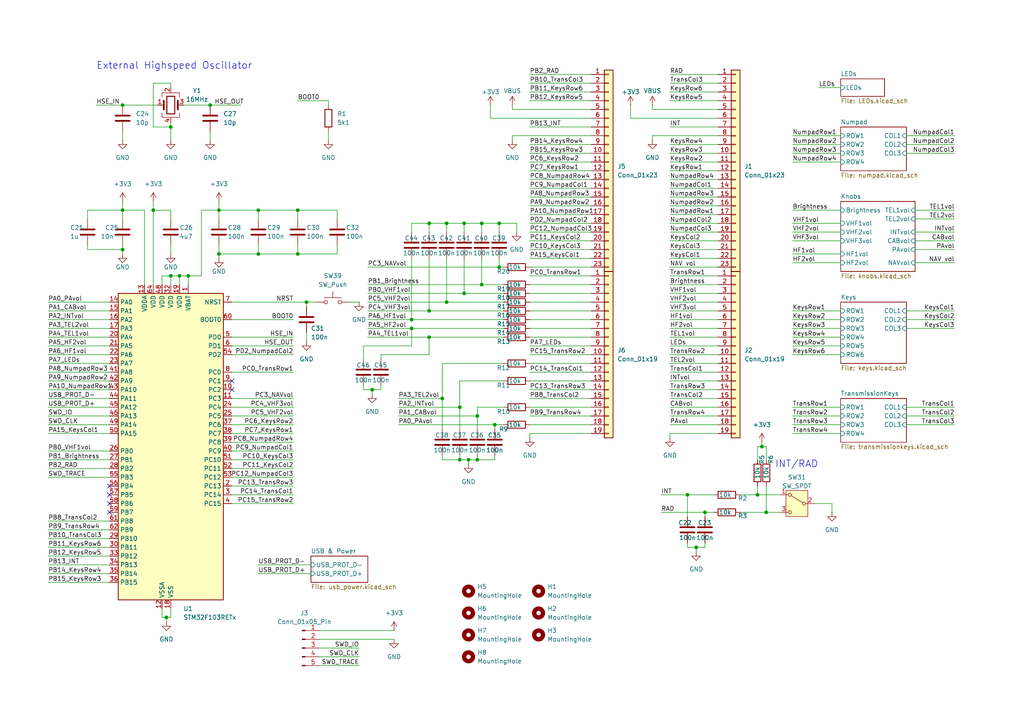
<source format=kicad_sch>
(kicad_sch
	(version 20231120)
	(generator "eeschema")
	(generator_version "8.0")
	(uuid "bda2127b-b465-4d1b-8618-16a3a37b8a85")
	(paper "A4")
	
	(junction
		(at 138.43 120.65)
		(diameter 0)
		(color 0 0 0 0)
		(uuid "0c8c802e-505d-4fb1-828e-2bc1da91fe9e")
	)
	(junction
		(at 220.98 129.54)
		(diameter 0)
		(color 0 0 0 0)
		(uuid "161eed18-0cab-48f4-b7b7-dd3712db84f7")
	)
	(junction
		(at 52.07 80.01)
		(diameter 0)
		(color 0 0 0 0)
		(uuid "16557882-48a0-4ffd-964f-8865c6bb1822")
	)
	(junction
		(at 124.46 90.17)
		(diameter 0)
		(color 0 0 0 0)
		(uuid "177f79ef-28bd-4883-b87c-5a435814b02c")
	)
	(junction
		(at 129.54 87.63)
		(diameter 0)
		(color 0 0 0 0)
		(uuid "191552e3-9caf-42e0-a239-0cceb7a0a119")
	)
	(junction
		(at 144.78 77.47)
		(diameter 0)
		(color 0 0 0 0)
		(uuid "1b62c5da-51c8-4791-bfe5-8f650c6644cf")
	)
	(junction
		(at 134.62 64.77)
		(diameter 0)
		(color 0 0 0 0)
		(uuid "2ba189d9-e943-49e6-88fc-9b2e0f5f1105")
	)
	(junction
		(at 138.43 133.35)
		(diameter 0)
		(color 0 0 0 0)
		(uuid "309f3768-db56-48e7-b29e-386c0a65acc6")
	)
	(junction
		(at 107.95 113.03)
		(diameter 0)
		(color 0 0 0 0)
		(uuid "33a2d859-f826-4f39-a388-49e3cdf00e77")
	)
	(junction
		(at 74.93 73.66)
		(diameter 0)
		(color 0 0 0 0)
		(uuid "33cd1ff2-0bef-4c27-9a96-97fdc0ff4a80")
	)
	(junction
		(at 222.25 148.59)
		(diameter 0)
		(color 0 0 0 0)
		(uuid "3594b873-6cd7-479f-b5ae-3ca417b3973c")
	)
	(junction
		(at 35.56 30.48)
		(diameter 0)
		(color 0 0 0 0)
		(uuid "3b36fc2d-026c-453d-9d11-1be2b457f4bb")
	)
	(junction
		(at 49.53 80.01)
		(diameter 0)
		(color 0 0 0 0)
		(uuid "3bfbd57a-2f76-43ed-89a0-bd81625c37ef")
	)
	(junction
		(at 63.5 60.96)
		(diameter 0)
		(color 0 0 0 0)
		(uuid "479812ee-7b79-497f-b83a-64b2e8da0f2c")
	)
	(junction
		(at 35.56 60.96)
		(diameter 0)
		(color 0 0 0 0)
		(uuid "4df8ca5b-5fe8-413d-a7bd-369cf3ee391e")
	)
	(junction
		(at 144.78 64.77)
		(diameter 0)
		(color 0 0 0 0)
		(uuid "4e58f341-0f26-4caa-967d-5eefb2770fd1")
	)
	(junction
		(at 86.36 60.96)
		(diameter 0)
		(color 0 0 0 0)
		(uuid "54722a53-eff0-4791-a7c9-9184e2232e69")
	)
	(junction
		(at 88.9 87.63)
		(diameter 0)
		(color 0 0 0 0)
		(uuid "5e345221-c0dd-458f-89cc-407e40978865")
	)
	(junction
		(at 129.54 64.77)
		(diameter 0)
		(color 0 0 0 0)
		(uuid "5f00d50c-d2fc-4ccd-9273-9855fa7c3479")
	)
	(junction
		(at 54.61 80.01)
		(diameter 0)
		(color 0 0 0 0)
		(uuid "67847fa0-4800-4543-8d10-3fa4e651c038")
	)
	(junction
		(at 133.35 118.11)
		(diameter 0)
		(color 0 0 0 0)
		(uuid "679129cd-33c6-4e64-b299-5ca2a4fac196")
	)
	(junction
		(at 204.47 148.59)
		(diameter 0)
		(color 0 0 0 0)
		(uuid "681d9e8e-d716-4544-9412-84261cd518db")
	)
	(junction
		(at 139.7 82.55)
		(diameter 0)
		(color 0 0 0 0)
		(uuid "69c7b7f2-e1ba-453a-992c-c609ddb1873a")
	)
	(junction
		(at 139.7 64.77)
		(diameter 0)
		(color 0 0 0 0)
		(uuid "8532ae42-0693-425f-919b-94d5b892d556")
	)
	(junction
		(at 128.27 115.57)
		(diameter 0)
		(color 0 0 0 0)
		(uuid "87c3ae27-5842-40e3-a86f-71757e605880")
	)
	(junction
		(at 44.45 60.96)
		(diameter 0)
		(color 0 0 0 0)
		(uuid "87fc4651-e4e8-4f42-a82f-c61c1f6d9e87")
	)
	(junction
		(at 135.89 133.35)
		(diameter 0)
		(color 0 0 0 0)
		(uuid "8db8a40a-b499-4703-9a52-9c282147d564")
	)
	(junction
		(at 119.38 92.71)
		(diameter 0)
		(color 0 0 0 0)
		(uuid "92672c3c-0b10-461b-b84d-ac5c11ecd917")
	)
	(junction
		(at 35.56 72.39)
		(diameter 0)
		(color 0 0 0 0)
		(uuid "93cfcd30-7795-47a0-953e-c941a96f71de")
	)
	(junction
		(at 201.93 158.75)
		(diameter 0)
		(color 0 0 0 0)
		(uuid "b7b1d6d3-4ed5-4963-99ba-6365c3da7d7f")
	)
	(junction
		(at 219.71 143.51)
		(diameter 0)
		(color 0 0 0 0)
		(uuid "bb092205-18f1-464d-ad2b-acbfe753c2ac")
	)
	(junction
		(at 124.46 97.79)
		(diameter 0)
		(color 0 0 0 0)
		(uuid "bd29acc3-8ea6-4a21-94df-a904879e7e68")
	)
	(junction
		(at 143.51 123.19)
		(diameter 0)
		(color 0 0 0 0)
		(uuid "c4b7bd2f-bdb2-4987-893b-288c3f8bd75a")
	)
	(junction
		(at 119.38 95.25)
		(diameter 0)
		(color 0 0 0 0)
		(uuid "c77b758c-b0da-44e0-9f59-512d8e97a082")
	)
	(junction
		(at 74.93 60.96)
		(diameter 0)
		(color 0 0 0 0)
		(uuid "cdff6452-2d58-4045-8761-9f84b28f2548")
	)
	(junction
		(at 134.62 85.09)
		(diameter 0)
		(color 0 0 0 0)
		(uuid "d3f9ef80-531a-4c50-b252-92047a85fbe5")
	)
	(junction
		(at 60.96 30.48)
		(diameter 0)
		(color 0 0 0 0)
		(uuid "dc36151d-719a-49fb-982e-f8cdf8a00c92")
	)
	(junction
		(at 48.26 179.07)
		(diameter 0)
		(color 0 0 0 0)
		(uuid "dee83123-3109-4b5a-bd24-dd734ba0a3c5")
	)
	(junction
		(at 124.46 64.77)
		(diameter 0)
		(color 0 0 0 0)
		(uuid "e436851c-e258-4a92-9a83-88e2b5981b00")
	)
	(junction
		(at 199.39 143.51)
		(diameter 0)
		(color 0 0 0 0)
		(uuid "e6a16a7e-a696-445f-a904-8c735043d0eb")
	)
	(junction
		(at 133.35 133.35)
		(diameter 0)
		(color 0 0 0 0)
		(uuid "e724e74a-fbff-4894-a71d-f9564b1508b4")
	)
	(junction
		(at 63.5 73.66)
		(diameter 0)
		(color 0 0 0 0)
		(uuid "ed81d054-e623-410e-9f45-51c4cbe02c03")
	)
	(junction
		(at 49.53 36.83)
		(diameter 0)
		(color 0 0 0 0)
		(uuid "f5f80f7f-986e-4bf7-b9b6-eabf0fe4cd25")
	)
	(junction
		(at 86.36 73.66)
		(diameter 0)
		(color 0 0 0 0)
		(uuid "f830cd5c-c76e-496e-ac60-f929d72ff3aa")
	)
	(no_connect
		(at 67.31 113.03)
		(uuid "012162d2-4b64-4c84-b8f4-2054d201446b")
	)
	(no_connect
		(at 31.75 146.05)
		(uuid "095ebbc1-4854-4ae1-9ef0-0d9362bb2677")
	)
	(no_connect
		(at 31.75 140.97)
		(uuid "5b800b43-f3d9-4f7a-8573-cca6eb407bf7")
	)
	(no_connect
		(at 67.31 110.49)
		(uuid "e451209b-a956-4162-a4d4-94a4bd619405")
	)
	(no_connect
		(at 31.75 143.51)
		(uuid "e8f11217-28d7-4b34-a32a-07ee38a5f0ba")
	)
	(no_connect
		(at 31.75 148.59)
		(uuid "f9d570cf-ab74-4753-8f23-d01c5ee0cf36")
	)
	(wire
		(pts
			(xy 63.5 63.5) (xy 63.5 60.96)
		)
		(stroke
			(width 0)
			(type default)
		)
		(uuid "0013c3ca-03c9-49bf-a052-acf5406ab419")
	)
	(wire
		(pts
			(xy 144.78 77.47) (xy 146.05 77.47)
		)
		(stroke
			(width 0)
			(type default)
		)
		(uuid "0149857a-0a51-45ce-a105-93a59b9576ba")
	)
	(wire
		(pts
			(xy 153.67 64.77) (xy 171.45 64.77)
		)
		(stroke
			(width 0)
			(type default)
		)
		(uuid "016ceb83-a902-482b-8b56-379e1e651a7c")
	)
	(wire
		(pts
			(xy 138.43 132.08) (xy 138.43 133.35)
		)
		(stroke
			(width 0)
			(type default)
		)
		(uuid "0367666a-8c68-478a-b07c-f0963079c2d2")
	)
	(wire
		(pts
			(xy 119.38 92.71) (xy 146.05 92.71)
		)
		(stroke
			(width 0)
			(type default)
		)
		(uuid "03b0a548-f6fc-4689-9bc0-9717f7b577ad")
	)
	(wire
		(pts
			(xy 44.45 24.13) (xy 44.45 36.83)
		)
		(stroke
			(width 0)
			(type default)
		)
		(uuid "03bda2b1-1dc1-4559-bc7e-b5f86aca045f")
	)
	(wire
		(pts
			(xy 119.38 95.25) (xy 146.05 95.25)
		)
		(stroke
			(width 0)
			(type default)
		)
		(uuid "04f988b1-6cf6-489f-b9c3-aa7dc5852b5d")
	)
	(wire
		(pts
			(xy 153.67 125.73) (xy 171.45 125.73)
		)
		(stroke
			(width 0)
			(type default)
		)
		(uuid "05bf51c8-4b55-423a-94a1-ec707a180ce7")
	)
	(wire
		(pts
			(xy 95.25 38.1) (xy 95.25 40.64)
		)
		(stroke
			(width 0)
			(type default)
		)
		(uuid "05d8aa97-a76a-4c56-87a8-e5701d227464")
	)
	(wire
		(pts
			(xy 101.6 87.63) (xy 104.14 87.63)
		)
		(stroke
			(width 0)
			(type default)
		)
		(uuid "06f64116-d19e-4636-b928-5e9582a53381")
	)
	(wire
		(pts
			(xy 13.97 120.65) (xy 31.75 120.65)
		)
		(stroke
			(width 0)
			(type default)
		)
		(uuid "0781fb4a-8e53-4956-8a00-8e2db8fbcc3c")
	)
	(wire
		(pts
			(xy 194.31 29.21) (xy 208.28 29.21)
		)
		(stroke
			(width 0)
			(type default)
		)
		(uuid "09277dd4-3d62-4faa-80a6-d4b8a9d33c39")
	)
	(wire
		(pts
			(xy 194.31 85.09) (xy 208.28 85.09)
		)
		(stroke
			(width 0)
			(type default)
		)
		(uuid "0a6d525d-b838-4991-bb37-f09e2030e146")
	)
	(wire
		(pts
			(xy 119.38 64.77) (xy 124.46 64.77)
		)
		(stroke
			(width 0)
			(type default)
		)
		(uuid "0c0ac33c-e0f8-49a6-b9b5-479b73df50e4")
	)
	(wire
		(pts
			(xy 194.31 102.87) (xy 208.28 102.87)
		)
		(stroke
			(width 0)
			(type default)
		)
		(uuid "0c816d8d-6140-4f11-bf83-e23dc9f8381d")
	)
	(wire
		(pts
			(xy 199.39 157.48) (xy 199.39 158.75)
		)
		(stroke
			(width 0)
			(type default)
		)
		(uuid "0efe526b-246e-4887-93c3-db53b074dbe5")
	)
	(wire
		(pts
			(xy 276.86 123.19) (xy 262.89 123.19)
		)
		(stroke
			(width 0)
			(type default)
		)
		(uuid "1096026b-9391-40bd-8e3a-8a122a1cf00e")
	)
	(wire
		(pts
			(xy 194.31 49.53) (xy 208.28 49.53)
		)
		(stroke
			(width 0)
			(type default)
		)
		(uuid "10b7be56-09d8-4b9d-b8f9-0fdf4a9f0d6b")
	)
	(wire
		(pts
			(xy 148.59 39.37) (xy 171.45 39.37)
		)
		(stroke
			(width 0)
			(type default)
		)
		(uuid "1224a0e8-172d-4f03-8595-1df1e5a547be")
	)
	(wire
		(pts
			(xy 92.71 182.88) (xy 114.3 182.88)
		)
		(stroke
			(width 0)
			(type default)
		)
		(uuid "12c2eef3-e89a-4b57-9d21-305f150e6f9f")
	)
	(wire
		(pts
			(xy 276.86 120.65) (xy 262.89 120.65)
		)
		(stroke
			(width 0)
			(type default)
		)
		(uuid "1494253b-c8dd-4778-ac6f-f7ce790afd38")
	)
	(wire
		(pts
			(xy 35.56 30.48) (xy 45.72 30.48)
		)
		(stroke
			(width 0)
			(type default)
		)
		(uuid "1547f0f1-15a9-49b8-aa24-115d71daa02f")
	)
	(wire
		(pts
			(xy 107.95 114.3) (xy 107.95 113.03)
		)
		(stroke
			(width 0)
			(type default)
		)
		(uuid "15b8bd71-0938-403e-b82c-931a88819788")
	)
	(wire
		(pts
			(xy 201.93 158.75) (xy 201.93 160.02)
		)
		(stroke
			(width 0)
			(type default)
		)
		(uuid "15c98d69-484b-468e-8b5a-08bacc07e123")
	)
	(wire
		(pts
			(xy 153.67 125.73) (xy 153.67 127)
		)
		(stroke
			(width 0)
			(type default)
		)
		(uuid "1736ad0e-8cc6-4fd1-bd3b-f9f5e55d31c7")
	)
	(wire
		(pts
			(xy 153.67 87.63) (xy 171.45 87.63)
		)
		(stroke
			(width 0)
			(type default)
		)
		(uuid "1a3839b4-eafb-498e-8563-a1e4ac2c5138")
	)
	(wire
		(pts
			(xy 194.31 87.63) (xy 208.28 87.63)
		)
		(stroke
			(width 0)
			(type default)
		)
		(uuid "1b3ce313-f878-45fb-8371-9dce8a9ca004")
	)
	(wire
		(pts
			(xy 220.98 129.54) (xy 219.71 129.54)
		)
		(stroke
			(width 0)
			(type default)
		)
		(uuid "1c12cfe1-8a0a-4f2b-bac6-410ce2aa17f3")
	)
	(wire
		(pts
			(xy 194.31 95.25) (xy 208.28 95.25)
		)
		(stroke
			(width 0)
			(type default)
		)
		(uuid "1eb0e47a-6ffb-49ac-b8d5-32b7de7b91d1")
	)
	(wire
		(pts
			(xy 44.45 58.42) (xy 44.45 60.96)
		)
		(stroke
			(width 0)
			(type default)
		)
		(uuid "1fdeed05-77c4-4907-ac26-136ca7f13f56")
	)
	(wire
		(pts
			(xy 194.31 24.13) (xy 208.28 24.13)
		)
		(stroke
			(width 0)
			(type default)
		)
		(uuid "204e6257-319a-4c4e-b63f-c413d8251bd5")
	)
	(wire
		(pts
			(xy 204.47 148.59) (xy 204.47 149.86)
		)
		(stroke
			(width 0)
			(type default)
		)
		(uuid "2121084d-b62a-46c0-b03e-449581c38615")
	)
	(wire
		(pts
			(xy 13.97 90.17) (xy 31.75 90.17)
		)
		(stroke
			(width 0)
			(type default)
		)
		(uuid "214678af-30a8-4b61-bc74-9b5d7ead8bdf")
	)
	(wire
		(pts
			(xy 67.31 125.73) (xy 85.09 125.73)
		)
		(stroke
			(width 0)
			(type default)
		)
		(uuid "21744799-7452-4b40-83b0-84894d64b11f")
	)
	(wire
		(pts
			(xy 194.31 115.57) (xy 208.28 115.57)
		)
		(stroke
			(width 0)
			(type default)
		)
		(uuid "2264ff24-02f8-44f9-9260-908850bc66a0")
	)
	(wire
		(pts
			(xy 208.28 97.79) (xy 194.31 97.79)
		)
		(stroke
			(width 0)
			(type default)
		)
		(uuid "22b1f09f-b7cd-4aca-9eaf-548624c27c63")
	)
	(wire
		(pts
			(xy 110.49 111.76) (xy 110.49 113.03)
		)
		(stroke
			(width 0)
			(type default)
		)
		(uuid "2307c4bf-07e6-4aa0-af6a-ba1e254c1bf5")
	)
	(wire
		(pts
			(xy 135.89 133.35) (xy 135.89 134.62)
		)
		(stroke
			(width 0)
			(type default)
		)
		(uuid "230a307f-5f69-4753-aabc-0eafe5775f77")
	)
	(wire
		(pts
			(xy 229.87 73.66) (xy 243.84 73.66)
		)
		(stroke
			(width 0)
			(type default)
		)
		(uuid "24274dee-6982-43c2-9f43-a8a91bcdb0aa")
	)
	(wire
		(pts
			(xy 229.87 46.99) (xy 243.84 46.99)
		)
		(stroke
			(width 0)
			(type default)
		)
		(uuid "24a6f8f0-b2f7-4c54-909d-3dc075b466ed")
	)
	(wire
		(pts
			(xy 241.3 146.05) (xy 241.3 148.59)
		)
		(stroke
			(width 0)
			(type default)
		)
		(uuid "279e4e1c-bc54-4b7c-8849-c05a26a0573f")
	)
	(wire
		(pts
			(xy 262.89 44.45) (xy 276.86 44.45)
		)
		(stroke
			(width 0)
			(type default)
		)
		(uuid "29d4a6d3-ac02-44f3-9790-044a1b76eabf")
	)
	(wire
		(pts
			(xy 13.97 100.33) (xy 31.75 100.33)
		)
		(stroke
			(width 0)
			(type default)
		)
		(uuid "2a3afcaa-c097-402a-8008-743a99da3dd7")
	)
	(wire
		(pts
			(xy 229.87 102.87) (xy 243.84 102.87)
		)
		(stroke
			(width 0)
			(type default)
		)
		(uuid "2a6402d8-1317-40f2-96c1-db57bd703817")
	)
	(wire
		(pts
			(xy 49.53 25.4) (xy 49.53 24.13)
		)
		(stroke
			(width 0)
			(type default)
		)
		(uuid "2a7c03f4-5309-45b6-a600-9a71a05c407d")
	)
	(wire
		(pts
			(xy 204.47 158.75) (xy 201.93 158.75)
		)
		(stroke
			(width 0)
			(type default)
		)
		(uuid "2a94c00b-6bc6-47d9-a0b2-760871312acb")
	)
	(wire
		(pts
			(xy 104.14 190.5) (xy 92.71 190.5)
		)
		(stroke
			(width 0)
			(type default)
		)
		(uuid "2aed6b3d-c3fc-4b8d-b747-c8850d54fe02")
	)
	(wire
		(pts
			(xy 133.35 110.49) (xy 133.35 118.11)
		)
		(stroke
			(width 0)
			(type default)
		)
		(uuid "2b84aac6-16a8-4eaa-a315-284e0c93e824")
	)
	(wire
		(pts
			(xy 194.31 120.65) (xy 208.28 120.65)
		)
		(stroke
			(width 0)
			(type default)
		)
		(uuid "2bd55bdb-7596-4b1a-b1a1-92b74a46f595")
	)
	(wire
		(pts
			(xy 153.67 82.55) (xy 171.45 82.55)
		)
		(stroke
			(width 0)
			(type default)
		)
		(uuid "2d0edf56-7484-4ead-8af1-26784835d7c3")
	)
	(wire
		(pts
			(xy 13.97 138.43) (xy 31.75 138.43)
		)
		(stroke
			(width 0)
			(type default)
		)
		(uuid "2e9752d7-edc4-495e-a8dd-cbeee9b59ab6")
	)
	(wire
		(pts
			(xy 139.7 64.77) (xy 144.78 64.77)
		)
		(stroke
			(width 0)
			(type default)
		)
		(uuid "2f222959-3395-403d-b210-03bf0fce4ac7")
	)
	(wire
		(pts
			(xy 67.31 115.57) (xy 85.09 115.57)
		)
		(stroke
			(width 0)
			(type default)
		)
		(uuid "2f792549-a563-4c83-957b-b9d58175f2b1")
	)
	(wire
		(pts
			(xy 138.43 120.65) (xy 138.43 124.46)
		)
		(stroke
			(width 0)
			(type default)
		)
		(uuid "2f908fee-1e01-4622-b286-5c2c00b1a67c")
	)
	(wire
		(pts
			(xy 133.35 110.49) (xy 146.05 110.49)
		)
		(stroke
			(width 0)
			(type default)
		)
		(uuid "2ff8875d-8170-43c5-ac30-0b1e1c6371c3")
	)
	(wire
		(pts
			(xy 229.87 67.31) (xy 243.84 67.31)
		)
		(stroke
			(width 0)
			(type default)
		)
		(uuid "31fdbbba-8efb-4d7c-af65-ba006d1a4916")
	)
	(wire
		(pts
			(xy 153.67 62.23) (xy 171.45 62.23)
		)
		(stroke
			(width 0)
			(type default)
		)
		(uuid "321b4f0c-e6d0-47ce-adea-c1d14de30fc4")
	)
	(wire
		(pts
			(xy 153.67 95.25) (xy 171.45 95.25)
		)
		(stroke
			(width 0)
			(type default)
		)
		(uuid "325ce88e-0282-4917-a346-533795cc69ff")
	)
	(wire
		(pts
			(xy 115.57 118.11) (xy 133.35 118.11)
		)
		(stroke
			(width 0)
			(type default)
		)
		(uuid "32a0a1b5-0b1e-45d8-9e59-2fc6b05cedff")
	)
	(wire
		(pts
			(xy 110.49 102.87) (xy 124.46 102.87)
		)
		(stroke
			(width 0)
			(type default)
		)
		(uuid "3413ddff-789d-40e0-bb04-df69332f815a")
	)
	(wire
		(pts
			(xy 88.9 96.52) (xy 88.9 99.06)
		)
		(stroke
			(width 0)
			(type default)
		)
		(uuid "34ba5cf1-8e4b-46bd-9583-f5c8c043525d")
	)
	(wire
		(pts
			(xy 13.97 133.35) (xy 31.75 133.35)
		)
		(stroke
			(width 0)
			(type default)
		)
		(uuid "3768a022-6e8e-4cac-83e0-ab14509ad10c")
	)
	(wire
		(pts
			(xy 106.68 92.71) (xy 119.38 92.71)
		)
		(stroke
			(width 0)
			(type default)
		)
		(uuid "37bfad9a-37da-4d71-bdf8-1e9dfaaa9ccb")
	)
	(wire
		(pts
			(xy 194.31 44.45) (xy 208.28 44.45)
		)
		(stroke
			(width 0)
			(type default)
		)
		(uuid "37ed43ec-efb2-4dc3-baea-3f92a9cd075a")
	)
	(wire
		(pts
			(xy 153.67 120.65) (xy 171.45 120.65)
		)
		(stroke
			(width 0)
			(type default)
		)
		(uuid "39e4ea1e-127d-4c71-bc4a-bfda8cb1d5c9")
	)
	(wire
		(pts
			(xy 13.97 92.71) (xy 31.75 92.71)
		)
		(stroke
			(width 0)
			(type default)
		)
		(uuid "3be38a7d-34a2-47ce-8a18-4a5d4e81a653")
	)
	(wire
		(pts
			(xy 67.31 130.81) (xy 85.09 130.81)
		)
		(stroke
			(width 0)
			(type default)
		)
		(uuid "3c18807a-9fda-407c-917c-8ee029f83c78")
	)
	(wire
		(pts
			(xy 265.43 76.2) (xy 276.86 76.2)
		)
		(stroke
			(width 0)
			(type default)
		)
		(uuid "3c4ba8b2-ba3f-408d-9415-7d75789ce06a")
	)
	(wire
		(pts
			(xy 153.67 54.61) (xy 171.45 54.61)
		)
		(stroke
			(width 0)
			(type default)
		)
		(uuid "3c51cff2-191f-4e56-b8f8-258ce1c037db")
	)
	(wire
		(pts
			(xy 67.31 146.05) (xy 85.09 146.05)
		)
		(stroke
			(width 0)
			(type default)
		)
		(uuid "3c5310e6-b564-4398-b690-72fc2ed9f3cb")
	)
	(wire
		(pts
			(xy 204.47 157.48) (xy 204.47 158.75)
		)
		(stroke
			(width 0)
			(type default)
		)
		(uuid "3c9a4731-b6b5-419e-a57b-22cffe8a30fa")
	)
	(wire
		(pts
			(xy 53.34 30.48) (xy 60.96 30.48)
		)
		(stroke
			(width 0)
			(type default)
		)
		(uuid "3d4b92f4-83a7-4db6-8838-7469111f4851")
	)
	(wire
		(pts
			(xy 191.77 143.51) (xy 199.39 143.51)
		)
		(stroke
			(width 0)
			(type default)
		)
		(uuid "3d664cfa-4a10-444b-9fff-5975500b7dac")
	)
	(wire
		(pts
			(xy 236.22 146.05) (xy 241.3 146.05)
		)
		(stroke
			(width 0)
			(type default)
		)
		(uuid "3e2fb2bb-f6a5-4762-839b-2c67b7a525f3")
	)
	(wire
		(pts
			(xy 229.87 76.2) (xy 243.84 76.2)
		)
		(stroke
			(width 0)
			(type default)
		)
		(uuid "3e39c1b7-e0be-47e7-8c68-a215e4d8af4a")
	)
	(wire
		(pts
			(xy 222.25 133.35) (xy 222.25 129.54)
		)
		(stroke
			(width 0)
			(type default)
		)
		(uuid "3f2ae506-2365-454d-ac79-698b18c92025")
	)
	(wire
		(pts
			(xy 194.31 57.15) (xy 208.28 57.15)
		)
		(stroke
			(width 0)
			(type default)
		)
		(uuid "3f917e0f-b27a-4616-8977-d0aeef5c1ad1")
	)
	(wire
		(pts
			(xy 25.4 72.39) (xy 35.56 72.39)
		)
		(stroke
			(width 0)
			(type default)
		)
		(uuid "3fca4413-d28c-43bd-99d5-c1b5a0f9029c")
	)
	(wire
		(pts
			(xy 229.87 90.17) (xy 243.84 90.17)
		)
		(stroke
			(width 0)
			(type default)
		)
		(uuid "41646217-ae8d-430b-b28e-adc150f76fe9")
	)
	(wire
		(pts
			(xy 129.54 87.63) (xy 146.05 87.63)
		)
		(stroke
			(width 0)
			(type default)
		)
		(uuid "419b8c09-65f4-4a19-9adf-954566bb673e")
	)
	(wire
		(pts
			(xy 67.31 140.97) (xy 85.09 140.97)
		)
		(stroke
			(width 0)
			(type default)
		)
		(uuid "41da6a7e-5097-48fe-aa51-9a25c0605412")
	)
	(wire
		(pts
			(xy 128.27 105.41) (xy 146.05 105.41)
		)
		(stroke
			(width 0)
			(type default)
		)
		(uuid "41eb1cac-0a40-4574-8664-7be0289b6742")
	)
	(wire
		(pts
			(xy 67.31 120.65) (xy 85.09 120.65)
		)
		(stroke
			(width 0)
			(type default)
		)
		(uuid "42419de1-08d4-4d73-a2fd-b846bfed77bc")
	)
	(wire
		(pts
			(xy 194.31 107.95) (xy 208.28 107.95)
		)
		(stroke
			(width 0)
			(type default)
		)
		(uuid "44bc142a-ee1d-4d9e-b89a-b561ed0d6fa3")
	)
	(wire
		(pts
			(xy 194.31 90.17) (xy 208.28 90.17)
		)
		(stroke
			(width 0)
			(type default)
		)
		(uuid "4552b3d2-1bf1-4840-97f5-30e5be7a0fe2")
	)
	(wire
		(pts
			(xy 153.67 36.83) (xy 171.45 36.83)
		)
		(stroke
			(width 0)
			(type default)
		)
		(uuid "46b521bf-bc33-4764-95a0-31042c56f2e4")
	)
	(wire
		(pts
			(xy 58.42 60.96) (xy 58.42 80.01)
		)
		(stroke
			(width 0)
			(type default)
		)
		(uuid "47f357c2-85dd-4c40-be3f-b94ee320b5a8")
	)
	(wire
		(pts
			(xy 134.62 85.09) (xy 146.05 85.09)
		)
		(stroke
			(width 0)
			(type default)
		)
		(uuid "48b7a627-42f0-472a-ade6-8e6f9edefcbf")
	)
	(wire
		(pts
			(xy 135.89 133.35) (xy 138.43 133.35)
		)
		(stroke
			(width 0)
			(type default)
		)
		(uuid "48dc612d-7328-471f-9975-b58e6630b086")
	)
	(wire
		(pts
			(xy 124.46 97.79) (xy 146.05 97.79)
		)
		(stroke
			(width 0)
			(type default)
		)
		(uuid "49ff2463-f2ce-4a31-9c81-c3fcea8ebf10")
	)
	(wire
		(pts
			(xy 48.26 179.07) (xy 48.26 180.34)
		)
		(stroke
			(width 0)
			(type default)
		)
		(uuid "4a6bd1db-bf49-4cc0-b309-865731bbc10f")
	)
	(wire
		(pts
			(xy 134.62 64.77) (xy 139.7 64.77)
		)
		(stroke
			(width 0)
			(type default)
		)
		(uuid "4bf187d7-65c8-4a3f-9706-1e51f51d2fe2")
	)
	(wire
		(pts
			(xy 86.36 73.66) (xy 97.79 73.66)
		)
		(stroke
			(width 0)
			(type default)
		)
		(uuid "4c228fad-0aa9-4e37-a0d9-d0613ac6998a")
	)
	(wire
		(pts
			(xy 90.17 163.83) (xy 74.93 163.83)
		)
		(stroke
			(width 0)
			(type default)
		)
		(uuid "4c72cf41-12d3-4e6a-81a9-aeb108b791fc")
	)
	(wire
		(pts
			(xy 49.53 60.96) (xy 49.53 63.5)
		)
		(stroke
			(width 0)
			(type default)
		)
		(uuid "4d703b2c-b708-4178-9362-a8e2c46af395")
	)
	(wire
		(pts
			(xy 265.43 72.39) (xy 276.86 72.39)
		)
		(stroke
			(width 0)
			(type default)
		)
		(uuid "4d838e5c-1d16-4183-984c-a8dcf3600123")
	)
	(wire
		(pts
			(xy 194.31 52.07) (xy 208.28 52.07)
		)
		(stroke
			(width 0)
			(type default)
		)
		(uuid "4d87f572-1e15-4524-affa-41a84547697b")
	)
	(wire
		(pts
			(xy 97.79 63.5) (xy 97.79 60.96)
		)
		(stroke
			(width 0)
			(type default)
		)
		(uuid "4d971a70-bc00-4e01-bfed-2fc848ddf794")
	)
	(wire
		(pts
			(xy 153.67 118.11) (xy 171.45 118.11)
		)
		(stroke
			(width 0)
			(type default)
		)
		(uuid "4f689d34-8a58-47eb-bb80-61687a1b97d1")
	)
	(wire
		(pts
			(xy 229.87 39.37) (xy 243.84 39.37)
		)
		(stroke
			(width 0)
			(type default)
		)
		(uuid "503452ca-f673-4c93-b7b7-b2e48cf38d49")
	)
	(wire
		(pts
			(xy 129.54 74.93) (xy 129.54 87.63)
		)
		(stroke
			(width 0)
			(type default)
		)
		(uuid "50cd4760-63ae-4b65-babb-2395def97ad2")
	)
	(wire
		(pts
			(xy 67.31 138.43) (xy 85.09 138.43)
		)
		(stroke
			(width 0)
			(type default)
		)
		(uuid "51297606-7d98-416f-b0ea-48ea700698a3")
	)
	(wire
		(pts
			(xy 13.97 123.19) (xy 31.75 123.19)
		)
		(stroke
			(width 0)
			(type default)
		)
		(uuid "517d7f0b-e49c-4c0d-937a-c045ebeb9be0")
	)
	(wire
		(pts
			(xy 134.62 64.77) (xy 134.62 67.31)
		)
		(stroke
			(width 0)
			(type default)
		)
		(uuid "52012576-cb42-4314-bde6-9887aaac3ab7")
	)
	(wire
		(pts
			(xy 153.67 46.99) (xy 171.45 46.99)
		)
		(stroke
			(width 0)
			(type default)
		)
		(uuid "54d77aed-de07-4c39-bfd5-6811e161ba98")
	)
	(wire
		(pts
			(xy 153.67 24.13) (xy 171.45 24.13)
		)
		(stroke
			(width 0)
			(type default)
		)
		(uuid "55274596-6480-48fa-bab9-90ac04f6468e")
	)
	(wire
		(pts
			(xy 153.67 26.67) (xy 171.45 26.67)
		)
		(stroke
			(width 0)
			(type default)
		)
		(uuid "56bb828d-eb9a-4810-b569-7a2f68ae858d")
	)
	(wire
		(pts
			(xy 265.43 60.96) (xy 276.86 60.96)
		)
		(stroke
			(width 0)
			(type default)
		)
		(uuid "583f3e96-d05f-47f3-b0ad-98bd34b19cb3")
	)
	(wire
		(pts
			(xy 110.49 113.03) (xy 107.95 113.03)
		)
		(stroke
			(width 0)
			(type default)
		)
		(uuid "587a27b0-681a-45d8-aa6c-65bdb7a024c4")
	)
	(wire
		(pts
			(xy 106.68 77.47) (xy 144.78 77.47)
		)
		(stroke
			(width 0)
			(type default)
		)
		(uuid "58de74eb-b29f-4198-825d-4eaee6d1746e")
	)
	(wire
		(pts
			(xy 208.28 118.11) (xy 194.31 118.11)
		)
		(stroke
			(width 0)
			(type default)
		)
		(uuid "590d3206-9797-4e8d-a8cd-44e7213cf225")
	)
	(wire
		(pts
			(xy 153.67 113.03) (xy 171.45 113.03)
		)
		(stroke
			(width 0)
			(type default)
		)
		(uuid "5a147b55-2ff9-49fe-a615-401b427e608e")
	)
	(wire
		(pts
			(xy 67.31 107.95) (xy 85.09 107.95)
		)
		(stroke
			(width 0)
			(type default)
		)
		(uuid "5a4a09c4-f385-41a5-9e5e-f79725812b52")
	)
	(wire
		(pts
			(xy 199.39 143.51) (xy 199.39 149.86)
		)
		(stroke
			(width 0)
			(type default)
		)
		(uuid "5a8fb2b2-0bd2-4cb9-992d-cdddb1d90e72")
	)
	(wire
		(pts
			(xy 194.31 92.71) (xy 208.28 92.71)
		)
		(stroke
			(width 0)
			(type default)
		)
		(uuid "5b8313e9-cdbd-4913-92ac-e8f037b5312f")
	)
	(wire
		(pts
			(xy 229.87 97.79) (xy 243.84 97.79)
		)
		(stroke
			(width 0)
			(type default)
		)
		(uuid "5bbc17e0-bca6-4453-9662-36aa162a3e09")
	)
	(wire
		(pts
			(xy 149.86 64.77) (xy 149.86 67.31)
		)
		(stroke
			(width 0)
			(type default)
		)
		(uuid "5c313950-d2f4-4edf-b8cf-f33ebf3748b3")
	)
	(wire
		(pts
			(xy 46.99 82.55) (xy 46.99 80.01)
		)
		(stroke
			(width 0)
			(type default)
		)
		(uuid "5d59a066-dd41-4677-b0ff-b1d0f33b387a")
	)
	(wire
		(pts
			(xy 219.71 143.51) (xy 226.06 143.51)
		)
		(stroke
			(width 0)
			(type default)
		)
		(uuid "5d5b7935-931d-4ae1-9b36-8eb8544551ba")
	)
	(wire
		(pts
			(xy 194.31 80.01) (xy 208.28 80.01)
		)
		(stroke
			(width 0)
			(type default)
		)
		(uuid "5d643dbd-a4fd-44ad-a6cb-d78225fce8ef")
	)
	(wire
		(pts
			(xy 49.53 24.13) (xy 44.45 24.13)
		)
		(stroke
			(width 0)
			(type default)
		)
		(uuid "5d6a3e0e-636c-44e9-b157-01e86193c14d")
	)
	(wire
		(pts
			(xy 153.67 44.45) (xy 171.45 44.45)
		)
		(stroke
			(width 0)
			(type default)
		)
		(uuid "5d8360d9-6b26-4948-8fda-abb6046b2cf0")
	)
	(wire
		(pts
			(xy 208.28 64.77) (xy 194.31 64.77)
		)
		(stroke
			(width 0)
			(type default)
		)
		(uuid "5db22661-bd01-44d9-be53-c1cc305a4a08")
	)
	(wire
		(pts
			(xy 229.87 118.11) (xy 243.84 118.11)
		)
		(stroke
			(width 0)
			(type default)
		)
		(uuid "5ef24699-abb6-49ab-9c76-af8450711895")
	)
	(wire
		(pts
			(xy 229.87 64.77) (xy 243.84 64.77)
		)
		(stroke
			(width 0)
			(type default)
		)
		(uuid "5f89d6db-1586-4ee6-a664-83d2a7b45821")
	)
	(wire
		(pts
			(xy 67.31 102.87) (xy 85.09 102.87)
		)
		(stroke
			(width 0)
			(type default)
		)
		(uuid "609aad2b-cbd2-4b49-8511-55d42f36c6cd")
	)
	(wire
		(pts
			(xy 153.67 57.15) (xy 171.45 57.15)
		)
		(stroke
			(width 0)
			(type default)
		)
		(uuid "62837af7-b804-494b-88af-8b95d4cd2f52")
	)
	(wire
		(pts
			(xy 13.97 95.25) (xy 31.75 95.25)
		)
		(stroke
			(width 0)
			(type default)
		)
		(uuid "62a32fee-8247-4b2e-a352-8ae4e8a0da77")
	)
	(wire
		(pts
			(xy 74.93 71.12) (xy 74.93 73.66)
		)
		(stroke
			(width 0)
			(type default)
		)
		(uuid "633ebde2-37b5-4054-8920-773a494dabf3")
	)
	(wire
		(pts
			(xy 124.46 64.77) (xy 124.46 67.31)
		)
		(stroke
			(width 0)
			(type default)
		)
		(uuid "639e93df-7df3-445f-9e50-bcfd3d0f60cf")
	)
	(wire
		(pts
			(xy 67.31 87.63) (xy 88.9 87.63)
		)
		(stroke
			(width 0)
			(type default)
		)
		(uuid "63b0d1f1-4fc6-4e82-9b9f-83c89e87a14d")
	)
	(wire
		(pts
			(xy 35.56 38.1) (xy 35.56 40.64)
		)
		(stroke
			(width 0)
			(type default)
		)
		(uuid "643e38d2-2e5f-4696-9191-f90052bb8be9")
	)
	(wire
		(pts
			(xy 107.95 113.03) (xy 105.41 113.03)
		)
		(stroke
			(width 0)
			(type default)
		)
		(uuid "67259ed4-5cb8-409e-af27-8771936a25d6")
	)
	(wire
		(pts
			(xy 153.67 29.21) (xy 171.45 29.21)
		)
		(stroke
			(width 0)
			(type default)
		)
		(uuid "67c93c5a-4a39-43cd-a745-12796d863d04")
	)
	(wire
		(pts
			(xy 134.62 74.93) (xy 134.62 85.09)
		)
		(stroke
			(width 0)
			(type default)
		)
		(uuid "689903d3-931a-4326-86da-79436bf254a6")
	)
	(wire
		(pts
			(xy 208.28 123.19) (xy 194.31 123.19)
		)
		(stroke
			(width 0)
			(type default)
		)
		(uuid "69123677-ca86-4132-991e-696878d36682")
	)
	(wire
		(pts
			(xy 49.53 35.56) (xy 49.53 36.83)
		)
		(stroke
			(width 0)
			(type default)
		)
		(uuid "69dedafd-141b-40a7-b073-19cd24e1beca")
	)
	(wire
		(pts
			(xy 104.14 193.04) (xy 92.71 193.04)
		)
		(stroke
			(width 0)
			(type default)
		)
		(uuid "6c64730a-4589-4c74-ab73-f491ae822e4a")
	)
	(wire
		(pts
			(xy 104.14 187.96) (xy 92.71 187.96)
		)
		(stroke
			(width 0)
			(type default)
		)
		(uuid "6deac241-4f9f-49cf-b564-c1a73b1ce3fe")
	)
	(wire
		(pts
			(xy 189.23 31.75) (xy 189.23 30.48)
		)
		(stroke
			(width 0)
			(type default)
		)
		(uuid "6ea8e6bf-2289-4aff-a5d0-752ba7474f86")
	)
	(wire
		(pts
			(xy 13.97 168.91) (xy 31.75 168.91)
		)
		(stroke
			(width 0)
			(type default)
		)
		(uuid "6eaee68b-87b0-4699-8da5-2c32fe6f3795")
	)
	(wire
		(pts
			(xy 153.67 123.19) (xy 171.45 123.19)
		)
		(stroke
			(width 0)
			(type default)
		)
		(uuid "6ecc11a1-86b9-47ce-8b64-e78bb4fa6cc2")
	)
	(wire
		(pts
			(xy 262.89 41.91) (xy 276.86 41.91)
		)
		(stroke
			(width 0)
			(type default)
		)
		(uuid "6f49d42f-ad91-4bf5-a4e3-2657d1f5d5c2")
	)
	(wire
		(pts
			(xy 229.87 100.33) (xy 243.84 100.33)
		)
		(stroke
			(width 0)
			(type default)
		)
		(uuid "6f598da6-b9bb-446c-8fd5-bb97369b787f")
	)
	(wire
		(pts
			(xy 265.43 69.85) (xy 276.86 69.85)
		)
		(stroke
			(width 0)
			(type default)
		)
		(uuid "70659729-6adc-4135-b0e8-340be4cbdd37")
	)
	(wire
		(pts
			(xy 144.78 74.93) (xy 144.78 77.47)
		)
		(stroke
			(width 0)
			(type default)
		)
		(uuid "70739700-2626-4800-a1ea-925b9e6091e1")
	)
	(wire
		(pts
			(xy 153.67 105.41) (xy 171.45 105.41)
		)
		(stroke
			(width 0)
			(type default)
		)
		(uuid "71e93838-ac9e-4715-ae2c-81fdc7e633b2")
	)
	(wire
		(pts
			(xy 194.31 46.99) (xy 208.28 46.99)
		)
		(stroke
			(width 0)
			(type default)
		)
		(uuid "722bf4bd-253d-4253-9842-3bb6c14af89d")
	)
	(wire
		(pts
			(xy 124.46 74.93) (xy 124.46 90.17)
		)
		(stroke
			(width 0)
			(type default)
		)
		(uuid "7270d1bf-e53a-4119-9b9b-7cf201cad345")
	)
	(wire
		(pts
			(xy 106.68 95.25) (xy 119.38 95.25)
		)
		(stroke
			(width 0)
			(type default)
		)
		(uuid "72735b75-1359-4a19-b4ae-5f0abac557de")
	)
	(wire
		(pts
			(xy 74.93 60.96) (xy 74.93 63.5)
		)
		(stroke
			(width 0)
			(type default)
		)
		(uuid "72dc3b9a-e203-4155-a3ac-7849155f34e7")
	)
	(wire
		(pts
			(xy 49.53 71.12) (xy 49.53 73.66)
		)
		(stroke
			(width 0)
			(type default)
		)
		(uuid "74ec30e2-8b11-4f4f-bb78-e76d876943c0")
	)
	(wire
		(pts
			(xy 128.27 132.08) (xy 128.27 133.35)
		)
		(stroke
			(width 0)
			(type default)
		)
		(uuid "7575c8c4-65a0-447e-966c-6820dc604b51")
	)
	(wire
		(pts
			(xy 194.31 105.41) (xy 208.28 105.41)
		)
		(stroke
			(width 0)
			(type default)
		)
		(uuid "75b0465d-3e06-4412-8b3d-730e8c8d9f58")
	)
	(wire
		(pts
			(xy 222.25 129.54) (xy 220.98 129.54)
		)
		(stroke
			(width 0)
			(type default)
		)
		(uuid "75bdc14d-1ca4-4ef3-9b4e-0e25c1b8fca0")
	)
	(wire
		(pts
			(xy 229.87 92.71) (xy 243.84 92.71)
		)
		(stroke
			(width 0)
			(type default)
		)
		(uuid "75e87a64-ebb0-4807-b83b-456f6f5e6404")
	)
	(wire
		(pts
			(xy 63.5 73.66) (xy 63.5 74.93)
		)
		(stroke
			(width 0)
			(type default)
		)
		(uuid "760a72d4-eac7-4b92-b6b5-5a0d9b0812bc")
	)
	(wire
		(pts
			(xy 194.31 113.03) (xy 208.28 113.03)
		)
		(stroke
			(width 0)
			(type default)
		)
		(uuid "76702ae8-9b57-44f3-877e-51c10fd9a0d1")
	)
	(wire
		(pts
			(xy 138.43 133.35) (xy 143.51 133.35)
		)
		(stroke
			(width 0)
			(type default)
		)
		(uuid "784d4569-9170-4301-ab97-55d8c8ac2fad")
	)
	(wire
		(pts
			(xy 229.87 123.19) (xy 243.84 123.19)
		)
		(stroke
			(width 0)
			(type default)
		)
		(uuid "78eab8b9-0a65-46f8-b5f5-7d533d2ade05")
	)
	(wire
		(pts
			(xy 128.27 133.35) (xy 133.35 133.35)
		)
		(stroke
			(width 0)
			(type default)
		)
		(uuid "7917f0ae-bad1-4f19-94cb-81e1f1b6a8b8")
	)
	(wire
		(pts
			(xy 262.89 90.17) (xy 276.86 90.17)
		)
		(stroke
			(width 0)
			(type default)
		)
		(uuid "79857e8f-df60-4e61-8139-4b1df071ed67")
	)
	(wire
		(pts
			(xy 153.67 107.95) (xy 171.45 107.95)
		)
		(stroke
			(width 0)
			(type default)
		)
		(uuid "79dee3fc-c4be-4763-abe0-16e80b8c49d4")
	)
	(wire
		(pts
			(xy 119.38 67.31) (xy 119.38 64.77)
		)
		(stroke
			(width 0)
			(type default)
		)
		(uuid "7ba9b87d-a775-433f-8257-aeb9988bc78d")
	)
	(wire
		(pts
			(xy 208.28 67.31) (xy 194.31 67.31)
		)
		(stroke
			(width 0)
			(type default)
		)
		(uuid "7db655fa-3edf-401a-b2a1-a98d7f5dd208")
	)
	(wire
		(pts
			(xy 13.97 156.21) (xy 31.75 156.21)
		)
		(stroke
			(width 0)
			(type default)
		)
		(uuid "7dd344ce-cbdb-4c58-9d7c-7de227a0ad67")
	)
	(wire
		(pts
			(xy 153.67 90.17) (xy 171.45 90.17)
		)
		(stroke
			(width 0)
			(type default)
		)
		(uuid "7e53cf11-a4d3-44f3-8818-296f0602b128")
	)
	(wire
		(pts
			(xy 44.45 36.83) (xy 49.53 36.83)
		)
		(stroke
			(width 0)
			(type default)
		)
		(uuid "7ebf851f-3495-48b5-8cff-60aad403f9d4")
	)
	(wire
		(pts
			(xy 139.7 82.55) (xy 146.05 82.55)
		)
		(stroke
			(width 0)
			(type default)
		)
		(uuid "80bc29c9-f9cc-4c10-875f-24a4db70bdeb")
	)
	(wire
		(pts
			(xy 58.42 80.01) (xy 54.61 80.01)
		)
		(stroke
			(width 0)
			(type default)
		)
		(uuid "815cf3c2-a265-4929-af9d-fb446ed3f1b8")
	)
	(wire
		(pts
			(xy 153.67 110.49) (xy 171.45 110.49)
		)
		(stroke
			(width 0)
			(type default)
		)
		(uuid "83f97051-6757-46db-ad19-d5654bf544bd")
	)
	(wire
		(pts
			(xy 133.35 118.11) (xy 133.35 124.46)
		)
		(stroke
			(width 0)
			(type default)
		)
		(uuid "84564ada-1f68-43ac-9874-f348c01dad0f")
	)
	(wire
		(pts
			(xy 25.4 60.96) (xy 35.56 60.96)
		)
		(stroke
			(width 0)
			(type default)
		)
		(uuid "8475bd4a-44bb-4ad8-9800-46a773819a2c")
	)
	(wire
		(pts
			(xy 13.97 163.83) (xy 31.75 163.83)
		)
		(stroke
			(width 0)
			(type default)
		)
		(uuid "851b31cd-a7b8-45c4-b79a-60d2d48326ff")
	)
	(wire
		(pts
			(xy 220.98 128.27) (xy 220.98 129.54)
		)
		(stroke
			(width 0)
			(type default)
		)
		(uuid "851ee3c0-4bd1-44bd-8ee6-89a305703207")
	)
	(wire
		(pts
			(xy 153.67 100.33) (xy 171.45 100.33)
		)
		(stroke
			(width 0)
			(type default)
		)
		(uuid "86609503-079d-424f-a6e0-faed18042adf")
	)
	(wire
		(pts
			(xy 128.27 105.41) (xy 128.27 115.57)
		)
		(stroke
			(width 0)
			(type default)
		)
		(uuid "88f71e4a-763a-44d0-83e8-f4e494da4d38")
	)
	(wire
		(pts
			(xy 153.67 92.71) (xy 171.45 92.71)
		)
		(stroke
			(width 0)
			(type default)
		)
		(uuid "8a811b79-03a4-4ead-b625-bb60fb7ce72f")
	)
	(wire
		(pts
			(xy 119.38 95.25) (xy 119.38 100.33)
		)
		(stroke
			(width 0)
			(type default)
		)
		(uuid "8b4d32c1-ad6d-47f2-a33e-7235d39d459f")
	)
	(wire
		(pts
			(xy 208.28 74.93) (xy 194.31 74.93)
		)
		(stroke
			(width 0)
			(type default)
		)
		(uuid "8bb8b6b7-befa-46a0-b58d-8b095885e3c5")
	)
	(wire
		(pts
			(xy 52.07 80.01) (xy 54.61 80.01)
		)
		(stroke
			(width 0)
			(type default)
		)
		(uuid "8d1391f2-76b6-4585-ae2c-9b6b418dd3e2")
	)
	(wire
		(pts
			(xy 115.57 120.65) (xy 138.43 120.65)
		)
		(stroke
			(width 0)
			(type default)
		)
		(uuid "8d8911dc-5f5b-4d06-818e-ce295eca325f")
	)
	(wire
		(pts
			(xy 67.31 143.51) (xy 85.09 143.51)
		)
		(stroke
			(width 0)
			(type default)
		)
		(uuid "8e83938e-cc8b-4637-9c36-5e36d603ddaa")
	)
	(wire
		(pts
			(xy 194.31 62.23) (xy 208.28 62.23)
		)
		(stroke
			(width 0)
			(type default)
		)
		(uuid "8f97c88c-4772-4577-a136-6d587f99734e")
	)
	(wire
		(pts
			(xy 265.43 67.31) (xy 276.86 67.31)
		)
		(stroke
			(width 0)
			(type default)
		)
		(uuid "8fa19397-36de-4e83-9e01-b4480e906e13")
	)
	(wire
		(pts
			(xy 199.39 143.51) (xy 207.01 143.51)
		)
		(stroke
			(width 0)
			(type default)
		)
		(uuid "8fd43aca-7295-4bbc-b9ad-abf799974ac3")
	)
	(wire
		(pts
			(xy 214.63 148.59) (xy 222.25 148.59)
		)
		(stroke
			(width 0)
			(type default)
		)
		(uuid "90d9e4f1-82dd-460a-aadf-c0befb2e9e72")
	)
	(wire
		(pts
			(xy 13.97 110.49) (xy 31.75 110.49)
		)
		(stroke
			(width 0)
			(type default)
		)
		(uuid "91443bfd-753b-4061-a962-ddda825324c9")
	)
	(wire
		(pts
			(xy 49.53 60.96) (xy 44.45 60.96)
		)
		(stroke
			(width 0)
			(type default)
		)
		(uuid "924e731e-b533-4e7b-b000-0d452871c845")
	)
	(wire
		(pts
			(xy 148.59 39.37) (xy 148.59 40.64)
		)
		(stroke
			(width 0)
			(type default)
		)
		(uuid "927ba4ff-763f-4ba5-807f-50f97028132d")
	)
	(wire
		(pts
			(xy 128.27 115.57) (xy 128.27 124.46)
		)
		(stroke
			(width 0)
			(type default)
		)
		(uuid "9304085a-4623-4f14-ba51-7684e2287c93")
	)
	(wire
		(pts
			(xy 204.47 148.59) (xy 207.01 148.59)
		)
		(stroke
			(width 0)
			(type default)
		)
		(uuid "9402105a-80b3-42cf-a73c-4ab54cd76b56")
	)
	(wire
		(pts
			(xy 124.46 64.77) (xy 129.54 64.77)
		)
		(stroke
			(width 0)
			(type default)
		)
		(uuid "95fcc674-4ad0-4a7f-ab02-da60eecfd1eb")
	)
	(wire
		(pts
			(xy 74.93 73.66) (xy 63.5 73.66)
		)
		(stroke
			(width 0)
			(type default)
		)
		(uuid "96108343-105b-4345-8377-23abda3cf6fd")
	)
	(wire
		(pts
			(xy 13.97 135.89) (xy 31.75 135.89)
		)
		(stroke
			(width 0)
			(type default)
		)
		(uuid "96b97a20-b64d-4deb-8598-83466ac3d8bf")
	)
	(wire
		(pts
			(xy 97.79 71.12) (xy 97.79 73.66)
		)
		(stroke
			(width 0)
			(type default)
		)
		(uuid "97089390-58b7-41c9-b4a3-60390d10a78b")
	)
	(wire
		(pts
			(xy 143.51 123.19) (xy 143.51 124.46)
		)
		(stroke
			(width 0)
			(type default)
		)
		(uuid "971d004b-6424-41e0-81b6-6a57b11d3a17")
	)
	(wire
		(pts
			(xy 182.88 34.29) (xy 182.88 30.48)
		)
		(stroke
			(width 0)
			(type default)
		)
		(uuid "974b31e0-e983-477c-a16c-af6a46b021e3")
	)
	(wire
		(pts
			(xy 63.5 60.96) (xy 58.42 60.96)
		)
		(stroke
			(width 0)
			(type default)
		)
		(uuid "981733f8-3502-4fca-96fe-022406414c54")
	)
	(wire
		(pts
			(xy 229.87 69.85) (xy 243.84 69.85)
		)
		(stroke
			(width 0)
			(type default)
		)
		(uuid "98b02416-495c-46a4-8696-86815cbf0e15")
	)
	(wire
		(pts
			(xy 63.5 58.42) (xy 63.5 60.96)
		)
		(stroke
			(width 0)
			(type default)
		)
		(uuid "99467d42-8bd5-4f4c-a97b-e3e4eb5874e3")
	)
	(wire
		(pts
			(xy 153.67 85.09) (xy 171.45 85.09)
		)
		(stroke
			(width 0)
			(type default)
		)
		(uuid "9b10a773-a772-41db-a389-eec291307cbc")
	)
	(wire
		(pts
			(xy 63.5 71.12) (xy 63.5 73.66)
		)
		(stroke
			(width 0)
			(type default)
		)
		(uuid "9bfb4e36-9f47-4e9f-954a-a8d5b867010e")
	)
	(wire
		(pts
			(xy 214.63 143.51) (xy 219.71 143.51)
		)
		(stroke
			(width 0)
			(type default)
		)
		(uuid "9d2ec300-b131-4145-a6ec-0242b4c63e5d")
	)
	(wire
		(pts
			(xy 148.59 31.75) (xy 171.45 31.75)
		)
		(stroke
			(width 0)
			(type default)
		)
		(uuid "9d969983-8dd0-4760-9997-e833c7fb8fa5")
	)
	(wire
		(pts
			(xy 129.54 64.77) (xy 134.62 64.77)
		)
		(stroke
			(width 0)
			(type default)
		)
		(uuid "9e041cd5-7477-4dbc-a631-4e3f41f6a0b7")
	)
	(wire
		(pts
			(xy 25.4 63.5) (xy 25.4 60.96)
		)
		(stroke
			(width 0)
			(type default)
		)
		(uuid "9e66aae7-e5ca-419f-93c6-a763111546e5")
	)
	(wire
		(pts
			(xy 95.25 29.21) (xy 95.25 30.48)
		)
		(stroke
			(width 0)
			(type default)
		)
		(uuid "9fb5de19-efb7-43aa-99f4-4c8d9f0e697f")
	)
	(wire
		(pts
			(xy 115.57 115.57) (xy 128.27 115.57)
		)
		(stroke
			(width 0)
			(type default)
		)
		(uuid "a33546e7-2f37-4fda-9375-bc1f5d13f8ba")
	)
	(wire
		(pts
			(xy 276.86 118.11) (xy 262.89 118.11)
		)
		(stroke
			(width 0)
			(type default)
		)
		(uuid "a3fe5b1c-abc9-4f11-b3af-35f51dc20005")
	)
	(wire
		(pts
			(xy 237.49 25.4) (xy 243.84 25.4)
		)
		(stroke
			(width 0)
			(type default)
		)
		(uuid "a5bf1236-1c48-4e3c-81e2-cdb67372fb58")
	)
	(wire
		(pts
			(xy 189.23 39.37) (xy 208.28 39.37)
		)
		(stroke
			(width 0)
			(type default)
		)
		(uuid "a77a1436-a8db-40e8-b541-d77d156d1c54")
	)
	(wire
		(pts
			(xy 54.61 80.01) (xy 54.61 82.55)
		)
		(stroke
			(width 0)
			(type default)
		)
		(uuid "a8b82590-b214-4fed-bcee-5339c3472167")
	)
	(wire
		(pts
			(xy 88.9 87.63) (xy 91.44 87.63)
		)
		(stroke
			(width 0)
			(type default)
		)
		(uuid "a9598444-0d9b-453d-af24-10dbc0ec373e")
	)
	(wire
		(pts
			(xy 106.68 97.79) (xy 124.46 97.79)
		)
		(stroke
			(width 0)
			(type default)
		)
		(uuid "a9ef7dd2-2399-45b7-9193-6ef791773f65")
	)
	(wire
		(pts
			(xy 49.53 80.01) (xy 49.53 82.55)
		)
		(stroke
			(width 0)
			(type default)
		)
		(uuid "ab3c7fa6-74f0-451b-b446-e20dbf89c92e")
	)
	(wire
		(pts
			(xy 48.26 179.07) (xy 46.99 179.07)
		)
		(stroke
			(width 0)
			(type default)
		)
		(uuid "abaa7c3a-d746-425e-9ca7-76190baa2962")
	)
	(wire
		(pts
			(xy 106.68 85.09) (xy 134.62 85.09)
		)
		(stroke
			(width 0)
			(type default)
		)
		(uuid "abdde4e1-5086-4679-9e4e-02321064ff3e")
	)
	(wire
		(pts
			(xy 35.56 71.12) (xy 35.56 72.39)
		)
		(stroke
			(width 0)
			(type default)
		)
		(uuid "aca29ea4-a22c-4a05-ae9c-0fd9c92a182a")
	)
	(wire
		(pts
			(xy 13.97 113.03) (xy 31.75 113.03)
		)
		(stroke
			(width 0)
			(type default)
		)
		(uuid "ad1b6c5c-13ce-4441-abd4-654ca49210d7")
	)
	(wire
		(pts
			(xy 13.97 130.81) (xy 31.75 130.81)
		)
		(stroke
			(width 0)
			(type default)
		)
		(uuid "ad1d933a-7910-4063-805a-552f9e42c033")
	)
	(wire
		(pts
			(xy 153.67 21.59) (xy 171.45 21.59)
		)
		(stroke
			(width 0)
			(type default)
		)
		(uuid "ad49f8da-b138-44bb-b9db-76804ec7230a")
	)
	(wire
		(pts
			(xy 194.31 41.91) (xy 208.28 41.91)
		)
		(stroke
			(width 0)
			(type default)
		)
		(uuid "ad4ef8b8-479b-49cc-8440-9bd1eb6e50aa")
	)
	(wire
		(pts
			(xy 124.46 90.17) (xy 146.05 90.17)
		)
		(stroke
			(width 0)
			(type default)
		)
		(uuid "af847c70-9d3e-43d0-b05a-5706787c0373")
	)
	(wire
		(pts
			(xy 67.31 135.89) (xy 85.09 135.89)
		)
		(stroke
			(width 0)
			(type default)
		)
		(uuid "afa9869f-1245-4789-b8f1-5e17418cc669")
	)
	(wire
		(pts
			(xy 13.97 97.79) (xy 31.75 97.79)
		)
		(stroke
			(width 0)
			(type default)
		)
		(uuid "afd8eac4-f771-46db-8994-20562178ebe3")
	)
	(wire
		(pts
			(xy 67.31 133.35) (xy 85.09 133.35)
		)
		(stroke
			(width 0)
			(type default)
		)
		(uuid "b1027df7-5ad3-4b59-922d-d03a1abeddaf")
	)
	(wire
		(pts
			(xy 88.9 87.63) (xy 88.9 88.9)
		)
		(stroke
			(width 0)
			(type default)
		)
		(uuid "b180ce49-e67d-4de9-84cf-60ba5f9326c0")
	)
	(wire
		(pts
			(xy 46.99 80.01) (xy 49.53 80.01)
		)
		(stroke
			(width 0)
			(type default)
		)
		(uuid "b283c5f9-af38-4bfa-95fb-c2c9c225a6c6")
	)
	(wire
		(pts
			(xy 265.43 63.5) (xy 276.86 63.5)
		)
		(stroke
			(width 0)
			(type default)
		)
		(uuid "b30fd0e9-02ba-4fde-88b6-af182d86689a")
	)
	(wire
		(pts
			(xy 148.59 31.75) (xy 148.59 30.48)
		)
		(stroke
			(width 0)
			(type default)
		)
		(uuid "b44949cc-7f5f-4273-947a-a33773f2b45b")
	)
	(wire
		(pts
			(xy 44.45 60.96) (xy 44.45 82.55)
		)
		(stroke
			(width 0)
			(type default)
		)
		(uuid "b47c9384-f75a-4259-9a59-79d1e39a2fdf")
	)
	(wire
		(pts
			(xy 105.41 100.33) (xy 119.38 100.33)
		)
		(stroke
			(width 0)
			(type default)
		)
		(uuid "b4ccdcbc-41d9-4eb7-96f3-e9df841bf802")
	)
	(wire
		(pts
			(xy 194.31 125.73) (xy 194.31 127)
		)
		(stroke
			(width 0)
			(type default)
		)
		(uuid "b4d62eb3-402c-43a8-bb9b-15fc79d17265")
	)
	(wire
		(pts
			(xy 144.78 64.77) (xy 149.86 64.77)
		)
		(stroke
			(width 0)
			(type default)
		)
		(uuid "b4d62f03-0fbd-4be2-8937-c14f2481d0d1")
	)
	(wire
		(pts
			(xy 41.91 60.96) (xy 41.91 82.55)
		)
		(stroke
			(width 0)
			(type default)
		)
		(uuid "b5895c65-fa4f-4398-9784-16ea7492beff")
	)
	(wire
		(pts
			(xy 194.31 82.55) (xy 208.28 82.55)
		)
		(stroke
			(width 0)
			(type default)
		)
		(uuid "b7e63694-00aa-40fc-8d5d-be48be723482")
	)
	(wire
		(pts
			(xy 191.77 148.59) (xy 204.47 148.59)
		)
		(stroke
			(width 0)
			(type default)
		)
		(uuid "b7ee232d-a8ec-4e7c-a655-84f8049ddcb9")
	)
	(wire
		(pts
			(xy 13.97 158.75) (xy 31.75 158.75)
		)
		(stroke
			(width 0)
			(type default)
		)
		(uuid "b86b94a2-0b2b-41ee-b7b7-9d1bba9f4910")
	)
	(wire
		(pts
			(xy 35.56 60.96) (xy 35.56 63.5)
		)
		(stroke
			(width 0)
			(type default)
		)
		(uuid "b9ec7128-ba14-49fe-a978-dab869b04410")
	)
	(wire
		(pts
			(xy 208.28 34.29) (xy 182.88 34.29)
		)
		(stroke
			(width 0)
			(type default)
		)
		(uuid "bb02fb5f-bbf2-4d6e-b11b-301323f69ae9")
	)
	(wire
		(pts
			(xy 13.97 161.29) (xy 31.75 161.29)
		)
		(stroke
			(width 0)
			(type default)
		)
		(uuid "bc631007-403a-4967-8340-dc68f9355d65")
	)
	(wire
		(pts
			(xy 106.68 87.63) (xy 129.54 87.63)
		)
		(stroke
			(width 0)
			(type default)
		)
		(uuid "bd401a83-e30a-4d1d-ae9d-4b700bb8ca72")
	)
	(wire
		(pts
			(xy 74.93 166.37) (xy 90.17 166.37)
		)
		(stroke
			(width 0)
			(type default)
		)
		(uuid "bdf06ed7-781d-4ffe-ac89-109d6540ec4d")
	)
	(wire
		(pts
			(xy 124.46 97.79) (xy 124.46 102.87)
		)
		(stroke
			(width 0)
			(type default)
		)
		(uuid "bf0efcd4-1c1f-4f27-818c-325b52212f98")
	)
	(wire
		(pts
			(xy 13.97 105.41) (xy 31.75 105.41)
		)
		(stroke
			(width 0)
			(type default)
		)
		(uuid "bf374c31-5edc-44b2-a0f5-799e036c1e1e")
	)
	(wire
		(pts
			(xy 49.53 36.83) (xy 49.53 40.64)
		)
		(stroke
			(width 0)
			(type default)
		)
		(uuid "bfd42076-76de-4387-9e68-ef7f9ce9aca0")
	)
	(wire
		(pts
			(xy 153.67 77.47) (xy 171.45 77.47)
		)
		(stroke
			(width 0)
			(type default)
		)
		(uuid "c020a016-20d5-4570-a471-56a059be029c")
	)
	(wire
		(pts
			(xy 13.97 87.63) (xy 31.75 87.63)
		)
		(stroke
			(width 0)
			(type default)
		)
		(uuid "c12a0241-d3fb-4cd4-9753-ecd9426829d0")
	)
	(wire
		(pts
			(xy 67.31 118.11) (xy 85.09 118.11)
		)
		(stroke
			(width 0)
			(type default)
		)
		(uuid "c22183e2-a175-4af9-a8a1-c12cbd7ea30f")
	)
	(wire
		(pts
			(xy 229.87 60.96) (xy 243.84 60.96)
		)
		(stroke
			(width 0)
			(type default)
		)
		(uuid "c24df1b6-a495-4659-8577-9bcb3ba929d8")
	)
	(wire
		(pts
			(xy 86.36 71.12) (xy 86.36 73.66)
		)
		(stroke
			(width 0)
			(type default)
		)
		(uuid "c3491b4b-12f7-4590-80c8-2c69111458a0")
	)
	(wire
		(pts
			(xy 41.91 60.96) (xy 35.56 60.96)
		)
		(stroke
			(width 0)
			(type default)
		)
		(uuid "c3c88b78-635e-41b2-9bc0-20028e9f6287")
	)
	(wire
		(pts
			(xy 35.56 73.66) (xy 35.56 72.39)
		)
		(stroke
			(width 0)
			(type default)
		)
		(uuid "c55d48f9-3622-4d5d-bbc8-9690b0c50090")
	)
	(wire
		(pts
			(xy 194.31 59.69) (xy 208.28 59.69)
		)
		(stroke
			(width 0)
			(type default)
		)
		(uuid "c55f3355-43f9-488c-9d0b-835447345564")
	)
	(wire
		(pts
			(xy 67.31 100.33) (xy 85.09 100.33)
		)
		(stroke
			(width 0)
			(type default)
		)
		(uuid "c5b34354-ee2d-4907-91cf-503ed75d91f4")
	)
	(wire
		(pts
			(xy 219.71 140.97) (xy 219.71 143.51)
		)
		(stroke
			(width 0)
			(type default)
		)
		(uuid "c62eb270-ce77-4585-8986-baa9bb9c7c58")
	)
	(wire
		(pts
			(xy 52.07 80.01) (xy 52.07 82.55)
		)
		(stroke
			(width 0)
			(type default)
		)
		(uuid "c631b0a1-b507-482a-9f10-52e2374f752c")
	)
	(wire
		(pts
			(xy 153.67 115.57) (xy 171.45 115.57)
		)
		(stroke
			(width 0)
			(type default)
		)
		(uuid "c6421dee-1cc1-4679-b5e6-7cd42293463c")
	)
	(wire
		(pts
			(xy 35.56 58.42) (xy 35.56 60.96)
		)
		(stroke
			(width 0)
			(type default)
		)
		(uuid "c647ccfa-8559-4d2c-ab94-451e8f4fc905")
	)
	(wire
		(pts
			(xy 13.97 102.87) (xy 31.75 102.87)
		)
		(stroke
			(width 0)
			(type default)
		)
		(uuid "c7a65a15-171a-42f4-b06d-e14b1339336c")
	)
	(wire
		(pts
			(xy 229.87 120.65) (xy 243.84 120.65)
		)
		(stroke
			(width 0)
			(type default)
		)
		(uuid "c7b0185d-c9ad-4375-8521-439f234b81e2")
	)
	(wire
		(pts
			(xy 49.53 176.53) (xy 49.53 179.07)
		)
		(stroke
			(width 0)
			(type default)
		)
		(uuid "c807f255-6887-416b-bb37-eb76788ead1e")
	)
	(wire
		(pts
			(xy 153.67 80.01) (xy 171.45 80.01)
		)
		(stroke
			(width 0)
			(type default)
		)
		(uuid "c80dd119-d8d6-4b29-84e6-63166419cc96")
	)
	(wire
		(pts
			(xy 194.31 110.49) (xy 208.28 110.49)
		)
		(stroke
			(width 0)
			(type default)
		)
		(uuid "c8101249-de70-44cb-984a-f696a746e5ba")
	)
	(wire
		(pts
			(xy 153.67 49.53) (xy 171.45 49.53)
		)
		(stroke
			(width 0)
			(type default)
		)
		(uuid "c83e85e6-34be-4133-8858-2f67bddac4d8")
	)
	(wire
		(pts
			(xy 138.43 118.11) (xy 138.43 120.65)
		)
		(stroke
			(width 0)
			(type default)
		)
		(uuid "c86c1b0a-a30f-483b-80d4-27544435f143")
	)
	(wire
		(pts
			(xy 142.24 34.29) (xy 142.24 30.48)
		)
		(stroke
			(width 0)
			(type default)
		)
		(uuid "c8e8edfb-7e8a-4e0f-b965-30b76ca51d10")
	)
	(wire
		(pts
			(xy 13.97 153.67) (xy 31.75 153.67)
		)
		(stroke
			(width 0)
			(type default)
		)
		(uuid "c95fe34b-eed5-4279-9227-6934a5c878e4")
	)
	(wire
		(pts
			(xy 142.24 34.29) (xy 171.45 34.29)
		)
		(stroke
			(width 0)
			(type default)
		)
		(uuid "caaf36a6-8d72-4f5a-b045-b06592b9ebc9")
	)
	(wire
		(pts
			(xy 229.87 95.25) (xy 243.84 95.25)
		)
		(stroke
			(width 0)
			(type default)
		)
		(uuid "cbdd54bd-f8ce-40ba-9c19-bfd2a7dad4bf")
	)
	(wire
		(pts
			(xy 143.51 133.35) (xy 143.51 132.08)
		)
		(stroke
			(width 0)
			(type default)
		)
		(uuid "cc6e6edd-2b28-439d-a0f2-6d547bebacd0")
	)
	(wire
		(pts
			(xy 106.68 82.55) (xy 139.7 82.55)
		)
		(stroke
			(width 0)
			(type default)
		)
		(uuid "cce90718-ab25-48be-8938-a749d2eec23f")
	)
	(wire
		(pts
			(xy 208.28 69.85) (xy 194.31 69.85)
		)
		(stroke
			(width 0)
			(type default)
		)
		(uuid "cd060b53-826a-44c0-a004-2b4a16fe86b8")
	)
	(wire
		(pts
			(xy 13.97 151.13) (xy 31.75 151.13)
		)
		(stroke
			(width 0)
			(type default)
		)
		(uuid "cdaf4438-606b-4229-ba4b-d0507a2fea31")
	)
	(wire
		(pts
			(xy 222.25 140.97) (xy 222.25 148.59)
		)
		(stroke
			(width 0)
			(type default)
		)
		(uuid "ce0e0e7d-9223-4a44-aa7a-1a2d46d18aca")
	)
	(wire
		(pts
			(xy 106.68 90.17) (xy 124.46 90.17)
		)
		(stroke
			(width 0)
			(type default)
		)
		(uuid "d2c1a868-df61-4989-869d-b83aef1922c7")
	)
	(wire
		(pts
			(xy 219.71 129.54) (xy 219.71 133.35)
		)
		(stroke
			(width 0)
			(type default)
		)
		(uuid "d3236036-4675-43ad-be8d-2fdcd4a9fe4d")
	)
	(wire
		(pts
			(xy 67.31 128.27) (xy 85.09 128.27)
		)
		(stroke
			(width 0)
			(type default)
		)
		(uuid "d327ae58-b8eb-4b8a-826f-917a1d383faa")
	)
	(wire
		(pts
			(xy 153.67 74.93) (xy 171.45 74.93)
		)
		(stroke
			(width 0)
			(type default)
		)
		(uuid "d3e3712e-53e6-43b7-ad37-08a321d6bf53")
	)
	(wire
		(pts
			(xy 153.67 41.91) (xy 171.45 41.91)
		)
		(stroke
			(width 0)
			(type default)
		)
		(uuid "d45ff5aa-5e67-48bd-952b-e1d23f8b6f28")
	)
	(wire
		(pts
			(xy 25.4 71.12) (xy 25.4 72.39)
		)
		(stroke
			(width 0)
			(type default)
		)
		(uuid "d4960390-2562-458f-ad7a-655903159952")
	)
	(wire
		(pts
			(xy 208.28 54.61) (xy 194.31 54.61)
		)
		(stroke
			(width 0)
			(type default)
		)
		(uuid "d4f28cc2-8d4a-493e-8f28-d3b06b534c22")
	)
	(wire
		(pts
			(xy 105.41 111.76) (xy 105.41 113.03)
		)
		(stroke
			(width 0)
			(type default)
		)
		(uuid "d5931c74-e0d7-4bb8-af61-11432c415d35")
	)
	(wire
		(pts
			(xy 46.99 176.53) (xy 46.99 179.07)
		)
		(stroke
			(width 0)
			(type default)
		)
		(uuid "d5fbbdbe-578b-4e4f-b77e-7bd975f4c8c6")
	)
	(wire
		(pts
			(xy 133.35 132.08) (xy 133.35 133.35)
		)
		(stroke
			(width 0)
			(type default)
		)
		(uuid "d6739a1e-e70f-454d-aef3-5f965f5a2078")
	)
	(wire
		(pts
			(xy 60.96 30.48) (xy 69.85 30.48)
		)
		(stroke
			(width 0)
			(type default)
		)
		(uuid "d68b4c98-570d-4c45-894a-5b95ad6cd415")
	)
	(wire
		(pts
			(xy 189.23 31.75) (xy 208.28 31.75)
		)
		(stroke
			(width 0)
			(type default)
		)
		(uuid "d6cc923b-f92d-4071-9485-800507f2cd8d")
	)
	(wire
		(pts
			(xy 138.43 118.11) (xy 146.05 118.11)
		)
		(stroke
			(width 0)
			(type default)
		)
		(uuid "d7d0eb8f-f454-4989-ae27-fbc57682b3e5")
	)
	(wire
		(pts
			(xy 229.87 41.91) (xy 243.84 41.91)
		)
		(stroke
			(width 0)
			(type default)
		)
		(uuid "d871e26e-6d97-44a8-a0eb-c8113ef2fd9c")
	)
	(wire
		(pts
			(xy 13.97 107.95) (xy 31.75 107.95)
		)
		(stroke
			(width 0)
			(type default)
		)
		(uuid "da776110-b6dc-44ba-aaac-ba1f3387147d")
	)
	(wire
		(pts
			(xy 153.67 67.31) (xy 171.45 67.31)
		)
		(stroke
			(width 0)
			(type default)
		)
		(uuid "dab05826-7496-47fc-a4d7-323fd39ebc38")
	)
	(wire
		(pts
			(xy 144.78 64.77) (xy 144.78 67.31)
		)
		(stroke
			(width 0)
			(type default)
		)
		(uuid "db7a4f90-5c42-4b8e-9ace-7386d984d2f7")
	)
	(wire
		(pts
			(xy 153.67 102.87) (xy 171.45 102.87)
		)
		(stroke
			(width 0)
			(type default)
		)
		(uuid "dc3c5a9b-f9c2-4c71-a6d8-98ed76420962")
	)
	(wire
		(pts
			(xy 189.23 39.37) (xy 189.23 40.64)
		)
		(stroke
			(width 0)
			(type default)
		)
		(uuid "de59b70e-bf5c-4ac0-9c54-ce02c3cb9391")
	)
	(wire
		(pts
			(xy 153.67 52.07) (xy 171.45 52.07)
		)
		(stroke
			(width 0)
			(type default)
		)
		(uuid "e0017fa5-6427-41c1-bc3d-1c3022bd824d")
	)
	(wire
		(pts
			(xy 67.31 97.79) (xy 85.09 97.79)
		)
		(stroke
			(width 0)
			(type default)
		)
		(uuid "e0262478-50ca-4f1e-86d8-d557da20def9")
	)
	(wire
		(pts
			(xy 194.31 125.73) (xy 208.28 125.73)
		)
		(stroke
			(width 0)
			(type default)
		)
		(uuid "e159cae2-106a-4cd0-aac2-2704ec78de72")
	)
	(wire
		(pts
			(xy 139.7 64.77) (xy 139.7 67.31)
		)
		(stroke
			(width 0)
			(type default)
		)
		(uuid "e395f527-4811-4b18-bcfa-f93066f4768c")
	)
	(wire
		(pts
			(xy 115.57 123.19) (xy 143.51 123.19)
		)
		(stroke
			(width 0)
			(type default)
		)
		(uuid "e46d0e51-9c3c-4b00-81c2-71c543c5cdd9")
	)
	(wire
		(pts
			(xy 129.54 64.77) (xy 129.54 67.31)
		)
		(stroke
			(width 0)
			(type default)
		)
		(uuid "e4f97e62-8b36-4a96-a0bb-476fe7a27941")
	)
	(wire
		(pts
			(xy 63.5 60.96) (xy 74.93 60.96)
		)
		(stroke
			(width 0)
			(type default)
		)
		(uuid "e54825b0-6162-4a44-9e86-4fa1aab1286f")
	)
	(wire
		(pts
			(xy 262.89 39.37) (xy 276.86 39.37)
		)
		(stroke
			(width 0)
			(type default)
		)
		(uuid "e5b280ce-b14c-4bb7-8ad8-23220136af43")
	)
	(wire
		(pts
			(xy 153.67 69.85) (xy 171.45 69.85)
		)
		(stroke
			(width 0)
			(type default)
		)
		(uuid "e65de3ac-ae45-4bca-8e07-07d416b618b6")
	)
	(wire
		(pts
			(xy 60.96 38.1) (xy 60.96 40.64)
		)
		(stroke
			(width 0)
			(type default)
		)
		(uuid "e6afd905-de99-4ea4-87b9-4314e57b7987")
	)
	(wire
		(pts
			(xy 229.87 44.45) (xy 243.84 44.45)
		)
		(stroke
			(width 0)
			(type default)
		)
		(uuid "e6d24e2b-ab39-41bd-9b4d-8e093b0bebb7")
	)
	(wire
		(pts
			(xy 74.93 73.66) (xy 86.36 73.66)
		)
		(stroke
			(width 0)
			(type default)
		)
		(uuid "e700a167-5a9b-49d4-bb18-3829a3d22305")
	)
	(wire
		(pts
			(xy 67.31 123.19) (xy 85.09 123.19)
		)
		(stroke
			(width 0)
			(type default)
		)
		(uuid "e7e22b22-c28a-472d-89e7-5a3e1157d72e")
	)
	(wire
		(pts
			(xy 262.89 92.71) (xy 276.86 92.71)
		)
		(stroke
			(width 0)
			(type default)
		)
		(uuid "e8527027-edb7-4480-adab-790b95001533")
	)
	(wire
		(pts
			(xy 13.97 166.37) (xy 31.75 166.37)
		)
		(stroke
			(width 0)
			(type default)
		)
		(uuid "e894d45b-531b-4c45-881d-611b6a0fc2f6")
	)
	(wire
		(pts
			(xy 27.94 30.48) (xy 35.56 30.48)
		)
		(stroke
			(width 0)
			(type default)
		)
		(uuid "e9473224-d42c-49c3-8383-858b9b04076d")
	)
	(wire
		(pts
			(xy 133.35 133.35) (xy 135.89 133.35)
		)
		(stroke
			(width 0)
			(type default)
		)
		(uuid "e96e7cbb-a40a-4f50-85a8-4406f019d8e8")
	)
	(wire
		(pts
			(xy 49.53 179.07) (xy 48.26 179.07)
		)
		(stroke
			(width 0)
			(type default)
		)
		(uuid "e9cca707-1347-41ce-bce9-f5e9f48cb41b")
	)
	(wire
		(pts
			(xy 13.97 118.11) (xy 31.75 118.11)
		)
		(stroke
			(width 0)
			(type default)
		)
		(uuid "ea0b8466-f819-403b-8437-7cca6ad91b10")
	)
	(wire
		(pts
			(xy 110.49 104.14) (xy 110.49 102.87)
		)
		(stroke
			(width 0)
			(type default)
		)
		(uuid "ed828b6c-3283-4a1e-a648-65d3468dfa4d")
	)
	(wire
		(pts
			(xy 208.28 72.39) (xy 194.31 72.39)
		)
		(stroke
			(width 0)
			(type default)
		)
		(uuid "eeb9ab1b-cca4-4c20-b321-44e6d85658d2")
	)
	(wire
		(pts
			(xy 201.93 158.75) (xy 199.39 158.75)
		)
		(stroke
			(width 0)
			(type default)
		)
		(uuid "eec2b435-4f9b-4e16-b989-33548feed0e5")
	)
	(wire
		(pts
			(xy 92.71 185.42) (xy 114.3 185.42)
		)
		(stroke
			(width 0)
			(type default)
		)
		(uuid "eed3f495-1842-4ef2-b376-5f580e0b1058")
	)
	(wire
		(pts
			(xy 153.67 97.79) (xy 171.45 97.79)
		)
		(stroke
			(width 0)
			(type default)
		)
		(uuid "ef806135-a9a5-4731-9ba9-d4d7068fcb1d")
	)
	(wire
		(pts
			(xy 86.36 63.5) (xy 86.36 60.96)
		)
		(stroke
			(width 0)
			(type default)
		)
		(uuid "f0723916-56a1-4fa0-b013-f06f48c9ef4d")
	)
	(wire
		(pts
			(xy 139.7 74.93) (xy 139.7 82.55)
		)
		(stroke
			(width 0)
			(type default)
		)
		(uuid "f1523800-45b1-46e4-8710-f98a95123017")
	)
	(wire
		(pts
			(xy 49.53 80.01) (xy 52.07 80.01)
		)
		(stroke
			(width 0)
			(type default)
		)
		(uuid "f16c80f5-6758-4744-b21b-bc012ac08b8e")
	)
	(wire
		(pts
			(xy 229.87 125.73) (xy 243.84 125.73)
		)
		(stroke
			(width 0)
			(type default)
		)
		(uuid "f39b8782-bbc1-4293-8d05-60c9ea321c22")
	)
	(wire
		(pts
			(xy 105.41 104.14) (xy 105.41 100.33)
		)
		(stroke
			(width 0)
			(type default)
		)
		(uuid "f3f92a05-c876-474f-b753-c25565d82f07")
	)
	(wire
		(pts
			(xy 222.25 148.59) (xy 226.06 148.59)
		)
		(stroke
			(width 0)
			(type default)
		)
		(uuid "f5043c54-dfa2-419d-a4c5-f41d3f3c4858")
	)
	(wire
		(pts
			(xy 86.36 29.21) (xy 95.25 29.21)
		)
		(stroke
			(width 0)
			(type default)
		)
		(uuid "f531ba9b-f20f-4628-81dc-933de7940fd9")
	)
	(wire
		(pts
			(xy 74.93 60.96) (xy 86.36 60.96)
		)
		(stroke
			(width 0)
			(type default)
		)
		(uuid "f5af3043-07f3-48ea-a81e-9583efb7d5d2")
	)
	(wire
		(pts
			(xy 13.97 115.57) (xy 31.75 115.57)
		)
		(stroke
			(width 0)
			(type default)
		)
		(uuid "f60dcac6-ad54-413a-9e17-86cdd73ac6a7")
	)
	(wire
		(pts
			(xy 194.31 36.83) (xy 208.28 36.83)
		)
		(stroke
			(width 0)
			(type default)
		)
		(uuid "f638dff6-2cf8-4387-97bb-58fd9b3253e1")
	)
	(wire
		(pts
			(xy 194.31 21.59) (xy 208.28 21.59)
		)
		(stroke
			(width 0)
			(type default)
		)
		(uuid "f64681e3-87f7-404c-a95e-42c3dd2358ce")
	)
	(wire
		(pts
			(xy 13.97 125.73) (xy 31.75 125.73)
		)
		(stroke
			(width 0)
			(type default)
		)
		(uuid "f6a0efee-d388-4f9c-9db9-4ecbae7d7ae7")
	)
	(wire
		(pts
			(xy 86.36 60.96) (xy 97.79 60.96)
		)
		(stroke
			(width 0)
			(type default)
		)
		(uuid "f73639ca-a787-4913-9c27-a7dc322184f2")
	)
	(wire
		(pts
			(xy 194.31 26.67) (xy 208.28 26.67)
		)
		(stroke
			(width 0)
			(type default)
		)
		(uuid "f7a1c3b8-88d5-4a9f-8a99-b126df2c7d91")
	)
	(wire
		(pts
			(xy 153.67 59.69) (xy 171.45 59.69)
		)
		(stroke
			(width 0)
			(type default)
		)
		(uuid "f8879f97-d57d-4b56-9525-6632f59a6830")
	)
	(wire
		(pts
			(xy 119.38 74.93) (xy 119.38 92.71)
		)
		(stroke
			(width 0)
			(type default)
		)
		(uuid "f969e76c-8298-4e18-a7b1-d74f38a1d986")
	)
	(wire
		(pts
			(xy 153.67 72.39) (xy 171.45 72.39)
		)
		(stroke
			(width 0)
			(type default)
		)
		(uuid "fae796cb-0ad1-417b-99b0-1d140ce23552")
	)
	(wire
		(pts
			(xy 194.31 100.33) (xy 208.28 100.33)
		)
		(stroke
			(width 0)
			(type default)
		)
		(uuid "fb070b4f-1113-4876-81e4-33856291f87a")
	)
	(wire
		(pts
			(xy 262.89 95.25) (xy 276.86 95.25)
		)
		(stroke
			(width 0)
			(type default)
		)
		(uuid "fb0c0b98-65af-4548-8b3e-1b68abc99ecb")
	)
	(wire
		(pts
			(xy 208.28 77.47) (xy 194.31 77.47)
		)
		(stroke
			(width 0)
			(type default)
		)
		(uuid "fc6774d1-aab3-43d6-b439-4d43e041ade7")
	)
	(wire
		(pts
			(xy 143.51 123.19) (xy 146.05 123.19)
		)
		(stroke
			(width 0)
			(type default)
		)
		(uuid "fd8a6457-82aa-44df-b0ae-fc2c941ed5b6")
	)
	(wire
		(pts
			(xy 67.31 92.71) (xy 85.09 92.71)
		)
		(stroke
			(width 0)
			(type default)
		)
		(uuid "ff237de3-4711-48d4-8a01-14bbb4e24f56")
	)
	(text "External Highspeed Oscillator"
		(exclude_from_sim no)
		(at 27.94 20.32 0)
		(effects
			(font
				(size 2 2)
			)
			(justify left bottom)
		)
		(uuid "63196d96-9e5d-4232-b1c6-7a06a3ed0743")
	)
	(text "INT/RAD"
		(exclude_from_sim no)
		(at 224.79 135.89 0)
		(effects
			(font
				(size 2 2)
			)
			(justify left bottom)
		)
		(uuid "68000d8e-2e14-4131-b3c4-7ebba889b7a3")
	)
	(label "PB2_RAD"
		(at 153.67 21.59 0)
		(fields_autoplaced yes)
		(effects
			(font
				(size 1.27 1.27)
			)
			(justify left bottom)
		)
		(uuid "0111a9f1-3c5e-46ce-867e-d187bce171db")
	)
	(label "PA4_TEL1vol"
		(at 106.68 97.79 0)
		(fields_autoplaced yes)
		(effects
			(font
				(size 1.27 1.27)
			)
			(justify left bottom)
		)
		(uuid "025bd055-d930-420c-b191-2805500a969e")
	)
	(label "TransRow4"
		(at 229.87 125.73 0)
		(fields_autoplaced yes)
		(effects
			(font
				(size 1.27 1.27)
			)
			(justify left bottom)
		)
		(uuid "02dd3ef4-ce9e-4e71-87b8-5f6279099476")
	)
	(label "PA0_PAvol"
		(at 115.57 123.19 0)
		(fields_autoplaced yes)
		(effects
			(font
				(size 1.27 1.27)
			)
			(justify left bottom)
		)
		(uuid "031feb59-81f1-420c-88d9-ff886cddef94")
	)
	(label "SWD_CLK"
		(at 104.14 190.5 180)
		(fields_autoplaced yes)
		(effects
			(font
				(size 1.27 1.27)
			)
			(justify right bottom)
		)
		(uuid "0337fc9e-9634-4075-b412-9559288276e0")
	)
	(label "TransRow3"
		(at 194.31 113.03 0)
		(fields_autoplaced yes)
		(effects
			(font
				(size 1.27 1.27)
			)
			(justify left bottom)
		)
		(uuid "04ec03ae-b89c-4f0d-94a4-843e30d959a6")
	)
	(label "PC9_NumpadCol1"
		(at 85.09 130.81 180)
		(fields_autoplaced yes)
		(effects
			(font
				(size 1.27 1.27)
			)
			(justify right bottom)
		)
		(uuid "065b4146-7014-42af-a33b-94b96c8aebe4")
	)
	(label "PA3_TEL2vol"
		(at 115.57 115.57 0)
		(fields_autoplaced yes)
		(effects
			(font
				(size 1.27 1.27)
			)
			(justify left bottom)
		)
		(uuid "06a2bd76-70b5-4e01-9d74-09c58215ae4b")
	)
	(label "PC3_NAVvol"
		(at 85.09 115.57 180)
		(fields_autoplaced yes)
		(effects
			(font
				(size 1.27 1.27)
			)
			(justify right bottom)
		)
		(uuid "0724ec50-5503-41c6-96d9-8d4c3b456c89")
	)
	(label "VHF2vol"
		(at 229.87 67.31 0)
		(fields_autoplaced yes)
		(effects
			(font
				(size 1.27 1.27)
			)
			(justify left bottom)
		)
		(uuid "08c1cf2a-af75-4042-a926-9ee6cd5b84c0")
	)
	(label "PA4_TEL1vol"
		(at 13.97 97.79 0)
		(fields_autoplaced yes)
		(effects
			(font
				(size 1.27 1.27)
			)
			(justify left bottom)
		)
		(uuid "09365804-7f87-417b-b522-d885dd387102")
	)
	(label "PB0_VHF1vol"
		(at 106.68 85.09 0)
		(fields_autoplaced yes)
		(effects
			(font
				(size 1.27 1.27)
			)
			(justify left bottom)
		)
		(uuid "09410e2f-b71d-4b38-aea5-f3887b19f551")
	)
	(label "PB9_TransRow4"
		(at 13.97 153.67 0)
		(fields_autoplaced yes)
		(effects
			(font
				(size 1.27 1.27)
			)
			(justify left bottom)
		)
		(uuid "0b4b2259-6b5c-41e3-b13f-e660ec156564")
	)
	(label "NumpadRow4"
		(at 229.87 46.99 0)
		(fields_autoplaced yes)
		(effects
			(font
				(size 1.27 1.27)
			)
			(justify left bottom)
		)
		(uuid "10634ff2-5f79-40b1-9ee5-e3a7393579a5")
	)
	(label "SWD_IO"
		(at 13.97 120.65 0)
		(fields_autoplaced yes)
		(effects
			(font
				(size 1.27 1.27)
			)
			(justify left bottom)
		)
		(uuid "120e6f95-f846-42d8-a8b2-b173781b4d9c")
	)
	(label "PB8_TransCol2"
		(at 153.67 115.57 0)
		(fields_autoplaced yes)
		(effects
			(font
				(size 1.27 1.27)
			)
			(justify left bottom)
		)
		(uuid "1449744e-f11b-4a08-ad66-0fde9aadf30d")
	)
	(label "PA7_LEDs"
		(at 153.67 100.33 0)
		(fields_autoplaced yes)
		(effects
			(font
				(size 1.27 1.27)
			)
			(justify left bottom)
		)
		(uuid "178c99ef-5f27-4e8e-bbff-8c40230aefe9")
	)
	(label "PA6_HF1vol"
		(at 106.68 92.71 0)
		(fields_autoplaced yes)
		(effects
			(font
				(size 1.27 1.27)
			)
			(justify left bottom)
		)
		(uuid "17d53448-f2c3-4b2d-9e3e-81973c12e26a")
	)
	(label "HF2vol"
		(at 194.31 95.25 0)
		(fields_autoplaced yes)
		(effects
			(font
				(size 1.27 1.27)
			)
			(justify left bottom)
		)
		(uuid "1a378205-4c21-4a11-8b05-d3040d93db47")
	)
	(label "PA2_INTvol"
		(at 13.97 92.71 0)
		(fields_autoplaced yes)
		(effects
			(font
				(size 1.27 1.27)
			)
			(justify left bottom)
		)
		(uuid "1d71fbfb-1fa5-4f71-9e6c-111ff858d8e6")
	)
	(label "PC9_NumpadCol1"
		(at 153.67 54.61 0)
		(fields_autoplaced yes)
		(effects
			(font
				(size 1.27 1.27)
			)
			(justify left bottom)
		)
		(uuid "1dee02c4-f4b3-4380-a0bb-1a9212e6bee1")
	)
	(label "PB12_KeysRow5"
		(at 13.97 161.29 0)
		(fields_autoplaced yes)
		(effects
			(font
				(size 1.27 1.27)
			)
			(justify left bottom)
		)
		(uuid "20979b47-7d96-43ed-bfd8-798c7e0d4e55")
	)
	(label "KeysRow5"
		(at 194.31 29.21 0)
		(fields_autoplaced yes)
		(effects
			(font
				(size 1.27 1.27)
			)
			(justify left bottom)
		)
		(uuid "20c56b2c-261f-490c-96ef-6c300182bd42")
	)
	(label "TEL2vol"
		(at 194.31 105.41 0)
		(fields_autoplaced yes)
		(effects
			(font
				(size 1.27 1.27)
			)
			(justify left bottom)
		)
		(uuid "22f0fc5f-c29b-4d9e-a7ed-36cb0261d791")
	)
	(label "TEL2vol"
		(at 276.86 63.5 180)
		(fields_autoplaced yes)
		(effects
			(font
				(size 1.27 1.27)
			)
			(justify right bottom)
		)
		(uuid "24f0dd77-d9a7-4a74-b98e-ec8843ed75c5")
	)
	(label "PC14_TransCol1"
		(at 85.09 143.51 180)
		(fields_autoplaced yes)
		(effects
			(font
				(size 1.27 1.27)
			)
			(justify right bottom)
		)
		(uuid "26307678-4e6c-4ec1-aae6-026ddea72ee8")
	)
	(label "PC13_TransRow3"
		(at 85.09 140.97 180)
		(fields_autoplaced yes)
		(effects
			(font
				(size 1.27 1.27)
			)
			(justify right bottom)
		)
		(uuid "28099d91-022f-4e12-8665-959c81478d13")
	)
	(label "PD2_NumpadCol2"
		(at 153.67 64.77 0)
		(fields_autoplaced yes)
		(effects
			(font
				(size 1.27 1.27)
			)
			(justify left bottom)
		)
		(uuid "284e435d-9a30-4545-85c0-4057cae77f56")
	)
	(label "PC5_VHF2vol"
		(at 106.68 87.63 0)
		(fields_autoplaced yes)
		(effects
			(font
				(size 1.27 1.27)
			)
			(justify left bottom)
		)
		(uuid "295f7d97-c9ed-4f4b-8379-32d13c23f874")
	)
	(label "NumpadCol1"
		(at 194.31 54.61 0)
		(fields_autoplaced yes)
		(effects
			(font
				(size 1.27 1.27)
			)
			(justify left bottom)
		)
		(uuid "2d46260e-44af-4360-976c-93eb65c1ae76")
	)
	(label "PC14_TransCol1"
		(at 153.67 107.95 0)
		(fields_autoplaced yes)
		(effects
			(font
				(size 1.27 1.27)
			)
			(justify left bottom)
		)
		(uuid "2f983265-fcbd-4e51-933d-fa6b8a80b640")
	)
	(label "TransRow1"
		(at 229.87 118.11 0)
		(fields_autoplaced yes)
		(effects
			(font
				(size 1.27 1.27)
			)
			(justify left bottom)
		)
		(uuid "2feb7674-9603-4794-b04e-639fbaf1bb16")
	)
	(label "KeysRow1"
		(at 229.87 90.17 0)
		(fields_autoplaced yes)
		(effects
			(font
				(size 1.27 1.27)
			)
			(justify left bottom)
		)
		(uuid "3625c3d5-6e52-4822-8643-863e521e7aac")
	)
	(label "PAvol"
		(at 194.31 123.19 0)
		(fields_autoplaced yes)
		(effects
			(font
				(size 1.27 1.27)
			)
			(justify left bottom)
		)
		(uuid "3635d065-65ce-4e9c-8d8a-52834457de77")
	)
	(label "RAD"
		(at 194.31 21.59 0)
		(fields_autoplaced yes)
		(effects
			(font
				(size 1.27 1.27)
			)
			(justify left bottom)
		)
		(uuid "397b42bd-7540-4316-a454-c04d08677daf")
	)
	(label "VHF1vol"
		(at 229.87 64.77 0)
		(fields_autoplaced yes)
		(effects
			(font
				(size 1.27 1.27)
			)
			(justify left bottom)
		)
		(uuid "39ff46fd-9c28-4a19-8052-fe7f01368919")
	)
	(label "PB14_KeysRow4"
		(at 153.67 41.91 0)
		(fields_autoplaced yes)
		(effects
			(font
				(size 1.27 1.27)
			)
			(justify left bottom)
		)
		(uuid "3d178207-426a-4382-a691-57b153471677")
	)
	(label "NumpadCol2"
		(at 194.31 64.77 0)
		(fields_autoplaced yes)
		(effects
			(font
				(size 1.27 1.27)
			)
			(justify left bottom)
		)
		(uuid "3da04570-2534-414e-a316-c5285e6ac77e")
	)
	(label "KeysRow3"
		(at 229.87 95.25 0)
		(fields_autoplaced yes)
		(effects
			(font
				(size 1.27 1.27)
			)
			(justify left bottom)
		)
		(uuid "3dfd06f8-3606-4f75-884b-b4b41dff0b70")
	)
	(label "NumpadRow2"
		(at 229.87 41.91 0)
		(fields_autoplaced yes)
		(effects
			(font
				(size 1.27 1.27)
			)
			(justify left bottom)
		)
		(uuid "3f56adbc-f719-41e7-aa99-7b4ad39c2942")
	)
	(label "PC12_NumpadCol3"
		(at 153.67 67.31 0)
		(fields_autoplaced yes)
		(effects
			(font
				(size 1.27 1.27)
			)
			(justify left bottom)
		)
		(uuid "3fea8b02-75c1-408f-b3b1-21b1bfd52c7d")
	)
	(label "Brightness"
		(at 194.31 82.55 0)
		(fields_autoplaced yes)
		(effects
			(font
				(size 1.27 1.27)
			)
			(justify left bottom)
		)
		(uuid "418e31b9-2f5f-4dd1-a12b-d321fb986185")
	)
	(label "PA10_NumpadRow1"
		(at 153.67 62.23 0)
		(fields_autoplaced yes)
		(effects
			(font
				(size 1.27 1.27)
			)
			(justify left bottom)
		)
		(uuid "425684f9-1eaa-4390-9a85-e0f68bb6b453")
	)
	(label "INTvol"
		(at 194.31 110.49 0)
		(fields_autoplaced yes)
		(effects
			(font
				(size 1.27 1.27)
			)
			(justify left bottom)
		)
		(uuid "431689dc-8f93-47b3-abb6-d2ef49d74359")
	)
	(label "KeysCol1"
		(at 194.31 74.93 0)
		(fields_autoplaced yes)
		(effects
			(font
				(size 1.27 1.27)
			)
			(justify left bottom)
		)
		(uuid "4375015a-9656-440e-96f0-be35b80c9ad8")
	)
	(label "NumpadCol2"
		(at 276.86 41.91 180)
		(fields_autoplaced yes)
		(effects
			(font
				(size 1.27 1.27)
			)
			(justify right bottom)
		)
		(uuid "43e1feb9-1ada-421e-aea2-169b264c2d30")
	)
	(label "BOOT0"
		(at 85.09 92.71 180)
		(fields_autoplaced yes)
		(effects
			(font
				(size 1.27 1.27)
			)
			(justify right bottom)
		)
		(uuid "44e23922-9544-4c7f-a625-7dc6393403d9")
	)
	(label "TransCol2"
		(at 194.31 115.57 0)
		(fields_autoplaced yes)
		(effects
			(font
				(size 1.27 1.27)
			)
			(justify left bottom)
		)
		(uuid "45108965-8738-4843-a849-d73c4023f5f6")
	)
	(label "PC12_NumpadCol3"
		(at 85.09 138.43 180)
		(fields_autoplaced yes)
		(effects
			(font
				(size 1.27 1.27)
			)
			(justify right bottom)
		)
		(uuid "466f147e-c227-4d86-af39-d87ba03a70fc")
	)
	(label "PB15_KeysRow3"
		(at 153.67 44.45 0)
		(fields_autoplaced yes)
		(effects
			(font
				(size 1.27 1.27)
			)
			(justify left bottom)
		)
		(uuid "47baa4e5-fa3d-43d5-89c0-639b3cade9f8")
	)
	(label "KeysRow4"
		(at 194.31 41.91 0)
		(fields_autoplaced yes)
		(effects
			(font
				(size 1.27 1.27)
			)
			(justify left bottom)
		)
		(uuid "4b522703-2fb2-4ad0-b0f1-fd762c2a2279")
	)
	(label "PB13_INT"
		(at 153.67 36.83 0)
		(fields_autoplaced yes)
		(effects
			(font
				(size 1.27 1.27)
			)
			(justify left bottom)
		)
		(uuid "4b70ed8e-7be2-457d-8265-0252151fc8b9")
	)
	(label "SWD_IO"
		(at 104.14 187.96 180)
		(fields_autoplaced yes)
		(effects
			(font
				(size 1.27 1.27)
			)
			(justify right bottom)
		)
		(uuid "4d1273aa-49af-4dae-96a2-b655cebe3c27")
	)
	(label "PC0_TransRow1"
		(at 85.09 107.95 180)
		(fields_autoplaced yes)
		(effects
			(font
				(size 1.27 1.27)
			)
			(justify right bottom)
		)
		(uuid "4d35cc2f-5383-4a88-8c60-2a7223e05882")
	)
	(label "KeysRow3"
		(at 194.31 44.45 0)
		(fields_autoplaced yes)
		(effects
			(font
				(size 1.27 1.27)
			)
			(justify left bottom)
		)
		(uuid "4e70854c-8272-48cb-b50e-be5f1cd01615")
	)
	(label "PB13_INT"
		(at 13.97 163.83 0)
		(fields_autoplaced yes)
		(effects
			(font
				(size 1.27 1.27)
			)
			(justify left bottom)
		)
		(uuid "50163611-f24a-4e6b-ba8c-846cd1e39995")
	)
	(label "PB11_KeysRow6"
		(at 153.67 26.67 0)
		(fields_autoplaced yes)
		(effects
			(font
				(size 1.27 1.27)
			)
			(justify left bottom)
		)
		(uuid "52ddc15c-c946-45ab-be06-71ae1adf57a2")
	)
	(label "KeysRow6"
		(at 229.87 102.87 0)
		(fields_autoplaced yes)
		(effects
			(font
				(size 1.27 1.27)
			)
			(justify left bottom)
		)
		(uuid "5522c1c7-dad8-416f-b109-3d21b8dfb264")
	)
	(label "TransCol1"
		(at 276.86 118.11 180)
		(fields_autoplaced yes)
		(effects
			(font
				(size 1.27 1.27)
			)
			(justify right bottom)
		)
		(uuid "558a05dd-14a4-4f42-8a08-6e3b08571668")
	)
	(label "PA1_CABvol"
		(at 13.97 90.17 0)
		(fields_autoplaced yes)
		(effects
			(font
				(size 1.27 1.27)
			)
			(justify left bottom)
		)
		(uuid "55c6fd08-1e51-4b8e-86c5-e9d738ea3c1f")
	)
	(label "TransRow2"
		(at 194.31 102.87 0)
		(fields_autoplaced yes)
		(effects
			(font
				(size 1.27 1.27)
			)
			(justify left bottom)
		)
		(uuid "5619651d-31bb-4060-b7da-b5e99061c7ca")
	)
	(label "NumpadRow4"
		(at 194.31 52.07 0)
		(fields_autoplaced yes)
		(effects
			(font
				(size 1.27 1.27)
			)
			(justify left bottom)
		)
		(uuid "5646279f-160a-4109-a8e1-d3f1d4f7874c")
	)
	(label "PC10_KeysCol3"
		(at 153.67 72.39 0)
		(fields_autoplaced yes)
		(effects
			(font
				(size 1.27 1.27)
			)
			(justify left bottom)
		)
		(uuid "570eff48-d993-47d3-b554-c7de74704df3")
	)
	(label "RAD"
		(at 191.77 148.59 0)
		(fields_autoplaced yes)
		(effects
			(font
				(size 1.27 1.27)
			)
			(justify left bottom)
		)
		(uuid "5a5defd1-2f3a-433e-ba54-0e1ca0c3f251")
	)
	(label "PC8_NumpadRow4"
		(at 153.67 52.07 0)
		(fields_autoplaced yes)
		(effects
			(font
				(size 1.27 1.27)
			)
			(justify left bottom)
		)
		(uuid "5f98fbc1-ba0f-4e56-a841-db163042011f")
	)
	(label "PC5_VHF2vol"
		(at 85.09 120.65 180)
		(fields_autoplaced yes)
		(effects
			(font
				(size 1.27 1.27)
			)
			(justify right bottom)
		)
		(uuid "63501a2f-7f67-42f0-9dfe-46d8c37e8bd6")
	)
	(label "TransRow2"
		(at 229.87 120.65 0)
		(fields_autoplaced yes)
		(effects
			(font
				(size 1.27 1.27)
			)
			(justify left bottom)
		)
		(uuid "6359e53f-17d3-4987-971b-665b2a71a1b7")
	)
	(label "PB0_VHF1vol"
		(at 13.97 130.81 0)
		(fields_autoplaced yes)
		(effects
			(font
				(size 1.27 1.27)
			)
			(justify left bottom)
		)
		(uuid "65032875-b567-466a-9a88-7009f27e3bd6")
	)
	(label "PC0_TransRow1"
		(at 153.67 80.01 0)
		(fields_autoplaced yes)
		(effects
			(font
				(size 1.27 1.27)
			)
			(justify left bottom)
		)
		(uuid "66e44f8c-fa4e-433a-af70-08913509cbce")
	)
	(label "KeysRow6"
		(at 194.31 26.67 0)
		(fields_autoplaced yes)
		(effects
			(font
				(size 1.27 1.27)
			)
			(justify left bottom)
		)
		(uuid "676a807f-1e97-4483-9782-a0899966035f")
	)
	(label "USB_PROT_D-"
		(at 13.97 115.57 0)
		(fields_autoplaced yes)
		(effects
			(font
				(size 1.27 1.27)
			)
			(justify left bottom)
		)
		(uuid "683d2e10-8b48-4b29-9d80-f844582454f0")
	)
	(label "HSE_OUT"
		(at 85.09 100.33 180)
		(fields_autoplaced yes)
		(effects
			(font
				(size 1.27 1.27)
			)
			(justify right bottom)
		)
		(uuid "6a599ffa-36b7-48e1-86ee-32ffd0bc9e92")
	)
	(label "TransCol1"
		(at 194.31 107.95 0)
		(fields_autoplaced yes)
		(effects
			(font
				(size 1.27 1.27)
			)
			(justify left bottom)
		)
		(uuid "6b34ebba-4a32-4d05-8b23-31a1b4112e9f")
	)
	(label "PB12_KeysRow5"
		(at 153.67 29.21 0)
		(fields_autoplaced yes)
		(effects
			(font
				(size 1.27 1.27)
			)
			(justify left bottom)
		)
		(uuid "6b461627-b14a-4847-b912-fe5f095b546f")
	)
	(label "PB8_TransCol2"
		(at 13.97 151.13 0)
		(fields_autoplaced yes)
		(effects
			(font
				(size 1.27 1.27)
			)
			(justify left bottom)
		)
		(uuid "6c252d93-86e2-47bf-a303-ad2fa2ddaec4")
	)
	(label "NumpadCol3"
		(at 276.86 44.45 180)
		(fields_autoplaced yes)
		(effects
			(font
				(size 1.27 1.27)
			)
			(justify right bottom)
		)
		(uuid "6d41c8bd-3741-4219-8c2b-ffc1f41c980b")
	)
	(label "PC15_TransRow2"
		(at 85.09 146.05 180)
		(fields_autoplaced yes)
		(effects
			(font
				(size 1.27 1.27)
			)
			(justify right bottom)
		)
		(uuid "6dab0ee2-9dd1-4dc2-b6aa-08d50c2d812d")
	)
	(label "USB_PROT_D+"
		(at 13.97 118.11 0)
		(fields_autoplaced yes)
		(effects
			(font
				(size 1.27 1.27)
			)
			(justify left bottom)
		)
		(uuid "729e5a30-f3dd-4f6d-9873-f7844dbb26c4")
	)
	(label "PC13_TransRow3"
		(at 153.67 113.03 0)
		(fields_autoplaced yes)
		(effects
			(font
				(size 1.27 1.27)
			)
			(justify left bottom)
		)
		(uuid "73461cb5-3118-4652-ac67-3212c45d1172")
	)
	(label "NumpadRow1"
		(at 194.31 62.23 0)
		(fields_autoplaced yes)
		(effects
			(font
				(size 1.27 1.27)
			)
			(justify left bottom)
		)
		(uuid "73a49a2f-764c-4dc1-90a8-e419a3da52e9")
	)
	(label "TEL1vol"
		(at 276.86 60.96 180)
		(fields_autoplaced yes)
		(effects
			(font
				(size 1.27 1.27)
			)
			(justify right bottom)
		)
		(uuid "754706b9-10de-482c-8499-0af41f65a890")
	)
	(label "PD2_NumpadCol2"
		(at 85.09 102.87 180)
		(fields_autoplaced yes)
		(effects
			(font
				(size 1.27 1.27)
			)
			(justify right bottom)
		)
		(uuid "75bda080-d5ef-4dd1-b53d-3780d9770349")
	)
	(label "KeysCol2"
		(at 276.86 92.71 180)
		(fields_autoplaced yes)
		(effects
			(font
				(size 1.27 1.27)
			)
			(justify right bottom)
		)
		(uuid "791f0a27-3095-4faf-97cb-36ca4dada173")
	)
	(label "NumpadRow1"
		(at 229.87 39.37 0)
		(fields_autoplaced yes)
		(effects
			(font
				(size 1.27 1.27)
			)
			(justify left bottom)
		)
		(uuid "7a3cd4cf-c5f6-4570-bff8-88ba5fa742ff")
	)
	(label "PB2_RAD"
		(at 13.97 135.89 0)
		(fields_autoplaced yes)
		(effects
			(font
				(size 1.27 1.27)
			)
			(justify left bottom)
		)
		(uuid "7e54a716-3a36-4dea-9e44-9231962678b0")
	)
	(label "PB10_TransCol3"
		(at 153.67 24.13 0)
		(fields_autoplaced yes)
		(effects
			(font
				(size 1.27 1.27)
			)
			(justify left bottom)
		)
		(uuid "7e9eee65-43ad-48a3-b896-c73ffd7dec55")
	)
	(label "PC6_KeysRow2"
		(at 85.09 123.19 180)
		(fields_autoplaced yes)
		(effects
			(font
				(size 1.27 1.27)
			)
			(justify right bottom)
		)
		(uuid "7ed7934d-8f99-4e23-9504-276dbd109f53")
	)
	(label "KeysCol3"
		(at 194.31 72.39 0)
		(fields_autoplaced yes)
		(effects
			(font
				(size 1.27 1.27)
			)
			(justify left bottom)
		)
		(uuid "7fa53cbd-9df1-4efb-9179-69192047bb04")
	)
	(label "HSE_IN"
		(at 85.09 97.79 180)
		(fields_autoplaced yes)
		(effects
			(font
				(size 1.27 1.27)
			)
			(justify right bottom)
		)
		(uuid "80aa2d38-2381-4027-b870-aefe643333e9")
	)
	(label "TransRow1"
		(at 194.31 80.01 0)
		(fields_autoplaced yes)
		(effects
			(font
				(size 1.27 1.27)
			)
			(justify left bottom)
		)
		(uuid "82da3d55-52dc-474f-a885-9d5bbcfa4e87")
	)
	(label "NumpadCol1"
		(at 276.86 39.37 180)
		(fields_autoplaced yes)
		(effects
			(font
				(size 1.27 1.27)
			)
			(justify right bottom)
		)
		(uuid "880575c6-54d9-48cb-b8cc-17606cc6afb6")
	)
	(label "HSE_OUT"
		(at 62.23 30.48 0)
		(fields_autoplaced yes)
		(effects
			(font
				(size 1.27 1.27)
			)
			(justify left bottom)
		)
		(uuid "88e4ae0d-8a5e-45f3-8b30-cba3c0eae242")
	)
	(label "PC7_KeysRow1"
		(at 153.67 49.53 0)
		(fields_autoplaced yes)
		(effects
			(font
				(size 1.27 1.27)
			)
			(justify left bottom)
		)
		(uuid "8a22e15f-73cd-4722-b70c-83739028eb99")
	)
	(label "NAV vol"
		(at 194.31 77.47 0)
		(fields_autoplaced yes)
		(effects
			(font
				(size 1.27 1.27)
			)
			(justify left bottom)
		)
		(uuid "8ee8524b-b5c6-4146-81cc-ca4cb23ec3dc")
	)
	(label "PA3_TEL2vol"
		(at 13.97 95.25 0)
		(fields_autoplaced yes)
		(effects
			(font
				(size 1.27 1.27)
			)
			(justify left bottom)
		)
		(uuid "90a04c4d-ceb6-4078-b551-7dbf820919e7")
	)
	(label "KeysCol2"
		(at 194.31 69.85 0)
		(fields_autoplaced yes)
		(effects
			(font
				(size 1.27 1.27)
			)
			(justify left bottom)
		)
		(uuid "919966c5-45ce-41a7-aa67-4b00200081f4")
	)
	(label "VHF1vol"
		(at 194.31 85.09 0)
		(fields_autoplaced yes)
		(effects
			(font
				(size 1.27 1.27)
			)
			(justify left bottom)
		)
		(uuid "91b5c982-4b81-429f-b517-2585bdd0c27d")
	)
	(label "PC11_KeysCol2"
		(at 153.67 69.85 0)
		(fields_autoplaced yes)
		(effects
			(font
				(size 1.27 1.27)
			)
			(justify left bottom)
		)
		(uuid "9309eeb0-fead-45ce-881a-ac60ead72c17")
	)
	(label "PA8_NumpadRow3"
		(at 13.97 107.95 0)
		(fields_autoplaced yes)
		(effects
			(font
				(size 1.27 1.27)
			)
			(justify left bottom)
		)
		(uuid "94074c8b-300b-48b5-912d-42d427ae5cfb")
	)
	(label "PA8_NumpadRow3"
		(at 153.67 57.15 0)
		(fields_autoplaced yes)
		(effects
			(font
				(size 1.27 1.27)
			)
			(justify left bottom)
		)
		(uuid "9414e2e6-0717-45f4-b49e-7303735d63b7")
	)
	(label "Brightness"
		(at 229.87 60.96 0)
		(fields_autoplaced yes)
		(effects
			(font
				(size 1.27 1.27)
			)
			(justify left bottom)
		)
		(uuid "94eb7460-f450-4fcd-b851-f86f104647e6")
	)
	(label "INTvol"
		(at 276.86 67.31 180)
		(fields_autoplaced yes)
		(effects
			(font
				(size 1.27 1.27)
			)
			(justify right bottom)
		)
		(uuid "9829feba-05cd-4262-aa3b-f841f21ebf43")
	)
	(label "PAvol"
		(at 276.86 72.39 180)
		(fields_autoplaced yes)
		(effects
			(font
				(size 1.27 1.27)
			)
			(justify right bottom)
		)
		(uuid "982ea4dc-b5d9-4137-9c93-09015e4a960c")
	)
	(label "NRST"
		(at 85.09 87.63 180)
		(fields_autoplaced yes)
		(effects
			(font
				(size 1.27 1.27)
			)
			(justify right bottom)
		)
		(uuid "98a5d1b8-1c6b-4fd3-84ae-6c1cf2a616f6")
	)
	(label "PC6_KeysRow2"
		(at 153.67 46.99 0)
		(fields_autoplaced yes)
		(effects
			(font
				(size 1.27 1.27)
			)
			(justify left bottom)
		)
		(uuid "99ae5c49-4864-441a-96f9-12848980b58f")
	)
	(label "PC3_NAVvol"
		(at 106.68 77.47 0)
		(fields_autoplaced yes)
		(effects
			(font
				(size 1.27 1.27)
			)
			(justify left bottom)
		)
		(uuid "9a484f7e-b1cb-4904-ba1a-135ecff32563")
	)
	(label "HF1vol"
		(at 229.87 73.66 0)
		(fields_autoplaced yes)
		(effects
			(font
				(size 1.27 1.27)
			)
			(justify left bottom)
		)
		(uuid "9b0bd197-d5c4-4e9b-b0e9-28bc69380d2d")
	)
	(label "PC4_VHF3vol"
		(at 85.09 118.11 180)
		(fields_autoplaced yes)
		(effects
			(font
				(size 1.27 1.27)
			)
			(justify right bottom)
		)
		(uuid "9bc81acb-fa15-403b-8688-bf04e58e2da6")
	)
	(label "KeysRow2"
		(at 194.31 46.99 0)
		(fields_autoplaced yes)
		(effects
			(font
				(size 1.27 1.27)
			)
			(justify left bottom)
		)
		(uuid "9bd2a7ad-918e-4ecb-a1ab-0002e41e9d2d")
	)
	(label "HSE_IN"
		(at 27.94 30.48 0)
		(fields_autoplaced yes)
		(effects
			(font
				(size 1.27 1.27)
			)
			(justify left bottom)
		)
		(uuid "9c2322e5-dafa-4279-a2e8-4669a9a6f857")
	)
	(label "PA6_HF1vol"
		(at 13.97 102.87 0)
		(fields_autoplaced yes)
		(effects
			(font
				(size 1.27 1.27)
			)
			(justify left bottom)
		)
		(uuid "9cacc6b2-3112-4724-8087-b1c07b3ffdca")
	)
	(label "SWD_TRACE"
		(at 104.14 193.04 180)
		(fields_autoplaced yes)
		(effects
			(font
				(size 1.27 1.27)
			)
			(justify right bottom)
		)
		(uuid "9cde95e4-bff1-49b5-be03-919abef74ab0")
	)
	(label "PC11_KeysCol2"
		(at 85.09 135.89 180)
		(fields_autoplaced yes)
		(effects
			(font
				(size 1.27 1.27)
			)
			(justify right bottom)
		)
		(uuid "9d503c0b-7b01-4887-b136-4897bf5bae22")
	)
	(label "TransRow3"
		(at 229.87 123.19 0)
		(fields_autoplaced yes)
		(effects
			(font
				(size 1.27 1.27)
			)
			(justify left bottom)
		)
		(uuid "a0e3ea52-167c-4ff8-bd94-dca8c9e37ebd")
	)
	(label "KeysRow5"
		(at 229.87 100.33 0)
		(fields_autoplaced yes)
		(effects
			(font
				(size 1.27 1.27)
			)
			(justify left bottom)
		)
		(uuid "a3690dbb-ed9e-4cf3-bfbc-d8139fa8fc09")
	)
	(label "TransCol3"
		(at 276.86 123.19 180)
		(fields_autoplaced yes)
		(effects
			(font
				(size 1.27 1.27)
			)
			(justify right bottom)
		)
		(uuid "a5336417-3789-49ff-91d9-3952c9b4d994")
	)
	(label "HF1vol"
		(at 194.31 92.71 0)
		(fields_autoplaced yes)
		(effects
			(font
				(size 1.27 1.27)
			)
			(justify left bottom)
		)
		(uuid "a95872a9-df17-40bf-aeae-9e651d147422")
	)
	(label "BOOT0"
		(at 86.36 29.21 0)
		(fields_autoplaced yes)
		(effects
			(font
				(size 1.27 1.27)
			)
			(justify left bottom)
		)
		(uuid "abbd9ae4-fc67-497e-8f1f-4fb3a9c648ed")
	)
	(label "PA9_NumpadRow2"
		(at 13.97 110.49 0)
		(fields_autoplaced yes)
		(effects
			(font
				(size 1.27 1.27)
			)
			(justify left bottom)
		)
		(uuid "b015f7e5-6791-4dc8-8610-b1ae6cce8ee0")
	)
	(label "CABvol"
		(at 194.31 118.11 0)
		(fields_autoplaced yes)
		(effects
			(font
				(size 1.27 1.27)
			)
			(justify left bottom)
		)
		(uuid "b1476a2b-e994-47f5-b60d-545dc7e9fe20")
	)
	(label "PC7_KeysRow1"
		(at 85.09 125.73 180)
		(fields_autoplaced yes)
		(effects
			(font
				(size 1.27 1.27)
			)
			(justify right bottom)
		)
		(uuid "b1927d7c-fad3-4379-a6de-7ad1c8e02965")
	)
	(label "KeysRow4"
		(at 229.87 97.79 0)
		(fields_autoplaced yes)
		(effects
			(font
				(size 1.27 1.27)
			)
			(justify left bottom)
		)
		(uuid "b1b291fe-a24d-4229-8f32-f562b63edba0")
	)
	(label "PB14_KeysRow4"
		(at 13.97 166.37 0)
		(fields_autoplaced yes)
		(effects
			(font
				(size 1.27 1.27)
			)
			(justify left bottom)
		)
		(uuid "b8281468-99b8-4893-b75a-7f9ca4701256")
	)
	(label "SWD_CLK"
		(at 13.97 123.19 0)
		(fields_autoplaced yes)
		(effects
			(font
				(size 1.27 1.27)
			)
			(justify left bottom)
		)
		(uuid "b964569b-9ca7-495c-84b1-684b448b03af")
	)
	(label "PA7_LEDs"
		(at 13.97 105.41 0)
		(fields_autoplaced yes)
		(effects
			(font
				(size 1.27 1.27)
			)
			(justify left bottom)
		)
		(uuid "ba1cd8e3-6d29-4f6f-b665-820886a6abf7")
	)
	(label "PA15_KeysCol1"
		(at 13.97 125.73 0)
		(fields_autoplaced yes)
		(effects
			(font
				(size 1.27 1.27)
			)
			(justify left bottom)
		)
		(uuid "bc60147f-0f22-4668-8591-3354b06d5b01")
	)
	(label "PA0_PAvol"
		(at 13.97 87.63 0)
		(fields_autoplaced yes)
		(effects
			(font
				(size 1.27 1.27)
			)
			(justify left bottom)
		)
		(uuid "bf3bb497-379d-4113-86e8-e138e926691b")
	)
	(label "NumpadCol3"
		(at 194.31 67.31 0)
		(fields_autoplaced yes)
		(effects
			(font
				(size 1.27 1.27)
			)
			(justify left bottom)
		)
		(uuid "bfb1c9bc-eecf-4fc7-886a-4976825f3be5")
	)
	(label "PA9_NumpadRow2"
		(at 153.67 59.69 0)
		(fields_autoplaced yes)
		(effects
			(font
				(size 1.27 1.27)
			)
			(justify left bottom)
		)
		(uuid "c0c47d7b-d3cd-486f-8a56-2461f9cee242")
	)
	(label "KeysCol1"
		(at 276.86 90.17 180)
		(fields_autoplaced yes)
		(effects
			(font
				(size 1.27 1.27)
			)
			(justify right bottom)
		)
		(uuid "c1a0697f-277a-4d9f-91c8-616b8889bdde")
	)
	(label "HF2vol"
		(at 229.87 76.2 0)
		(fields_autoplaced yes)
		(effects
			(font
				(size 1.27 1.27)
			)
			(justify left bottom)
		)
		(uuid "c2be51d9-2a77-4c41-9378-197cf1ab6843")
	)
	(label "PA5_HF2vol"
		(at 13.97 100.33 0)
		(fields_autoplaced yes)
		(effects
			(font
				(size 1.27 1.27)
			)
			(justify left bottom)
		)
		(uuid "c47a7296-a382-4e12-8218-da905b76707f")
	)
	(label "VHF3vol"
		(at 229.87 69.85 0)
		(fields_autoplaced yes)
		(effects
			(font
				(size 1.27 1.27)
			)
			(justify left bottom)
		)
		(uuid "c4e5d894-2af0-41f5-a562-cc8ac07c2cc3")
	)
	(label "PC4_VHF3vol"
		(at 106.68 90.17 0)
		(fields_autoplaced yes)
		(effects
			(font
				(size 1.27 1.27)
			)
			(justify left bottom)
		)
		(uuid "c5d1be4e-8759-428c-b87f-88f4d737e365")
	)
	(label "PC15_TransRow2"
		(at 153.67 102.87 0)
		(fields_autoplaced yes)
		(effects
			(font
				(size 1.27 1.27)
			)
			(justify left bottom)
		)
		(uuid "c726fb9a-e81b-498c-9fe2-9ac296e957c1")
	)
	(label "NAV vol"
		(at 276.86 76.2 180)
		(fields_autoplaced yes)
		(effects
			(font
				(size 1.27 1.27)
			)
			(justify right bottom)
		)
		(uuid "c7f4336f-694c-49b7-bbf0-985ee093f1fd")
	)
	(label "TransCol2"
		(at 276.86 120.65 180)
		(fields_autoplaced yes)
		(effects
			(font
				(size 1.27 1.27)
			)
			(justify right bottom)
		)
		(uuid "c97b4615-b11e-4c08-afb0-d46f903553c6")
	)
	(label "NumpadRow3"
		(at 229.87 44.45 0)
		(fields_autoplaced yes)
		(effects
			(font
				(size 1.27 1.27)
			)
			(justify left bottom)
		)
		(uuid "cdbd76c1-138e-4bfa-81fb-893e961692f0")
	)
	(label "USB_PROT_D+"
		(at 74.93 166.37 0)
		(fields_autoplaced yes)
		(effects
			(font
				(size 1.27 1.27)
			)
			(justify left bottom)
		)
		(uuid "cdf973a8-9bfa-453e-ad4f-5e9c19efb09d")
	)
	(label "USB_PROT_D-"
		(at 74.93 163.83 0)
		(fields_autoplaced yes)
		(effects
			(font
				(size 1.27 1.27)
			)
			(justify left bottom)
		)
		(uuid "cefe480c-1341-4935-a361-f43468a8dd8e")
	)
	(label "PA2_INTvol"
		(at 115.57 118.11 0)
		(fields_autoplaced yes)
		(effects
			(font
				(size 1.27 1.27)
			)
			(justify left bottom)
		)
		(uuid "d2297008-20fd-44de-9420-06ad67e31686")
	)
	(label "TransCol3"
		(at 194.31 24.13 0)
		(fields_autoplaced yes)
		(effects
			(font
				(size 1.27 1.27)
			)
			(justify left bottom)
		)
		(uuid "d320bf11-3ec2-49c9-bfe5-cfb27c081318")
	)
	(label "PC8_NumpadRow4"
		(at 85.09 128.27 180)
		(fields_autoplaced yes)
		(effects
			(font
				(size 1.27 1.27)
			)
			(justify right bottom)
		)
		(uuid "d4af800b-d630-4e1a-ae55-1f407436c549")
	)
	(label "KeysRow2"
		(at 229.87 92.71 0)
		(fields_autoplaced yes)
		(effects
			(font
				(size 1.27 1.27)
			)
			(justify left bottom)
		)
		(uuid "d4e948ee-dd81-43d8-be79-e31ff58c1d46")
	)
	(label "PB9_TransRow4"
		(at 153.67 120.65 0)
		(fields_autoplaced yes)
		(effects
			(font
				(size 1.27 1.27)
			)
			(justify left bottom)
		)
		(uuid "d84e24f0-7ebd-4459-a82d-fd8cc4f9cf6c")
	)
	(label "PB1_Brightness"
		(at 106.68 82.55 0)
		(fields_autoplaced yes)
		(effects
			(font
				(size 1.27 1.27)
			)
			(justify left bottom)
		)
		(uuid "dad9b7d3-95e6-4853-bd01-41becf16395f")
	)
	(label "LEDs"
		(at 194.31 100.33 0)
		(fields_autoplaced yes)
		(effects
			(font
				(size 1.27 1.27)
			)
			(justify left bottom)
		)
		(uuid "db44ed17-0adf-4515-8d1a-798e6bfc1100")
	)
	(label "PC10_KeysCol3"
		(at 85.09 133.35 180)
		(fields_autoplaced yes)
		(effects
			(font
				(size 1.27 1.27)
			)
			(justify right bottom)
		)
		(uuid "e0a309cd-ce49-4c3b-9ae5-7a902188450b")
	)
	(label "PA1_CABvol"
		(at 115.57 120.65 0)
		(fields_autoplaced yes)
		(effects
			(font
				(size 1.27 1.27)
			)
			(justify left bottom)
		)
		(uuid "e21eb9e5-67ab-40b0-83a3-951225a69ca8")
	)
	(label "SWD_TRACE"
		(at 13.97 138.43 0)
		(fields_autoplaced yes)
		(effects
			(font
				(size 1.27 1.27)
			)
			(justify left bottom)
		)
		(uuid "e3c5d953-8f1d-41f5-8353-1a26cbb271c9")
	)
	(label "PB10_TransCol3"
		(at 13.97 156.21 0)
		(fields_autoplaced yes)
		(effects
			(font
				(size 1.27 1.27)
			)
			(justify left bottom)
		)
		(uuid "e6aa70f1-c06c-42a4-95aa-6bf3f61fb4d5")
	)
	(label "PA15_KeysCol1"
		(at 153.67 74.93 0)
		(fields_autoplaced yes)
		(effects
			(font
				(size 1.27 1.27)
			)
			(justify left bottom)
		)
		(uuid "e6d14257-78c2-4e80-9d54-19be8d428f05")
	)
	(label "LEDs"
		(at 237.49 25.4 0)
		(fields_autoplaced yes)
		(effects
			(font
				(size 1.27 1.27)
			)
			(justify left bottom)
		)
		(uuid "e7acec77-05d4-4f6e-b3aa-ba2c284238fb")
	)
	(label "KeysCol3"
		(at 276.86 95.25 180)
		(fields_autoplaced yes)
		(effects
			(font
				(size 1.27 1.27)
			)
			(justify right bottom)
		)
		(uuid "e7cab2a1-9a44-4ac5-ac9b-62555657787b")
	)
	(label "PB11_KeysRow6"
		(at 13.97 158.75 0)
		(fields_autoplaced yes)
		(effects
			(font
				(size 1.27 1.27)
			)
			(justify left bottom)
		)
		(uuid "ebe38757-1dc8-4bd2-9c9c-6bf7749bc624")
	)
	(label "PB15_KeysRow3"
		(at 13.97 168.91 0)
		(fields_autoplaced yes)
		(effects
			(font
				(size 1.27 1.27)
			)
			(justify left bottom)
		)
		(uuid "ed3de4a1-572d-444c-95f1-7f28c3ee5022")
	)
	(label "KeysRow1"
		(at 194.31 49.53 0)
		(fields_autoplaced yes)
		(effects
			(font
				(size 1.27 1.27)
			)
			(justify left bottom)
		)
		(uuid "f0e41b40-5d70-44b9-bca0-1895e169a337")
	)
	(label "VHF2vol"
		(at 194.31 87.63 0)
		(fields_autoplaced yes)
		(effects
			(font
				(size 1.27 1.27)
			)
			(justify left bottom)
		)
		(uuid "f4a58e4e-af72-43e9-98aa-3914afdc6e5b")
	)
	(label "NumpadRow2"
		(at 194.31 59.69 0)
		(fields_autoplaced yes)
		(effects
			(font
				(size 1.27 1.27)
			)
			(justify left bottom)
		)
		(uuid "f4e270e4-0293-4425-91bc-1889941c8387")
	)
	(label "INT"
		(at 194.31 36.83 0)
		(fields_autoplaced yes)
		(effects
			(font
				(size 1.27 1.27)
			)
			(justify left bottom)
		)
		(uuid "f550a2ad-6b56-441f-bd49-d635f0055b26")
	)
	(label "TEL1vol"
		(at 194.31 97.79 0)
		(fields_autoplaced yes)
		(effects
			(font
				(size 1.27 1.27)
			)
			(justify left bottom)
		)
		(uuid "f58f7b92-e303-4fb4-b287-149002780e70")
	)
	(label "TransRow4"
		(at 194.31 120.65 0)
		(fields_autoplaced yes)
		(effects
			(font
				(size 1.27 1.27)
			)
			(justify left bottom)
		)
		(uuid "f6a0b9e3-9f50-46ad-85fd-dff486538510")
	)
	(label "VHF3vol"
		(at 194.31 90.17 0)
		(fields_autoplaced yes)
		(effects
			(font
				(size 1.27 1.27)
			)
			(justify left bottom)
		)
		(uuid "f6edc5a9-fbb2-41e4-b297-bf302eb0befb")
	)
	(label "PA10_NumpadRow1"
		(at 13.97 113.03 0)
		(fields_autoplaced yes)
		(effects
			(font
				(size 1.27 1.27)
			)
			(justify left bottom)
		)
		(uuid "f7912080-f66d-4e21-a794-d243de0532cf")
	)
	(label "CABvol"
		(at 276.86 69.85 180)
		(fields_autoplaced yes)
		(effects
			(font
				(size 1.27 1.27)
			)
			(justify right bottom)
		)
		(uuid "f81be69b-99cd-4a63-b7a4-7f885d5207c2")
	)
	(label "PB1_Brightness"
		(at 13.97 133.35 0)
		(fields_autoplaced yes)
		(effects
			(font
				(size 1.27 1.27)
			)
			(justify left bottom)
		)
		(uuid "fbf03e32-b9e9-47f8-a0f8-26c8570564b5")
	)
	(label "INT"
		(at 191.77 143.51 0)
		(fields_autoplaced yes)
		(effects
			(font
				(size 1.27 1.27)
			)
			(justify left bottom)
		)
		(uuid "fd564507-ab73-471c-9f32-32b83e056d99")
	)
	(label "NumpadRow3"
		(at 194.31 57.15 0)
		(fields_autoplaced yes)
		(effects
			(font
				(size 1.27 1.27)
			)
			(justify left bottom)
		)
		(uuid "ff23ac32-0900-477b-9347-d55a0ed1574b")
	)
	(label "PA5_HF2vol"
		(at 106.68 95.25 0)
		(fields_autoplaced yes)
		(effects
			(font
				(size 1.27 1.27)
			)
			(justify left bottom)
		)
		(uuid "ff6872cb-cd50-4284-9eff-91e7cc0edfa1")
	)
	(symbol
		(lib_id "power:GND")
		(at 104.14 87.63 0)
		(unit 1)
		(exclude_from_sim no)
		(in_bom yes)
		(on_board yes)
		(dnp no)
		(fields_autoplaced yes)
		(uuid "047eada1-5fe4-4ba9-87df-8ba1889ee87e")
		(property "Reference" "#PWR0104"
			(at 104.14 93.98 0)
			(effects
				(font
					(size 1.27 1.27)
				)
				(hide yes)
			)
		)
		(property "Value" "GND"
			(at 104.14 92.71 0)
			(effects
				(font
					(size 1.27 1.27)
				)
			)
		)
		(property "Footprint" ""
			(at 104.14 87.63 0)
			(effects
				(font
					(size 1.27 1.27)
				)
				(hide yes)
			)
		)
		(property "Datasheet" ""
			(at 104.14 87.63 0)
			(effects
				(font
					(size 1.27 1.27)
				)
				(hide yes)
			)
		)
		(property "Description" "Power symbol creates a global label with name \"GND\" , ground"
			(at 104.14 87.63 0)
			(effects
				(font
					(size 1.27 1.27)
				)
				(hide yes)
			)
		)
		(pin "1"
			(uuid "8c0b71bd-6b33-40bc-91a8-306cfea9fece")
		)
		(instances
			(project "RMP"
				(path "/bda2127b-b465-4d1b-8618-16a3a37b8a85"
					(reference "#PWR0104")
					(unit 1)
				)
			)
		)
	)
	(symbol
		(lib_name "GND_4")
		(lib_id "power:GND")
		(at 135.89 134.62 0)
		(unit 1)
		(exclude_from_sim no)
		(in_bom yes)
		(on_board yes)
		(dnp no)
		(fields_autoplaced yes)
		(uuid "097030f4-1589-4d57-a9f4-46346c2ce6e7")
		(property "Reference" "#PWR0121"
			(at 135.89 140.97 0)
			(effects
				(font
					(size 1.27 1.27)
				)
				(hide yes)
			)
		)
		(property "Value" "GND"
			(at 135.89 139.7 0)
			(effects
				(font
					(size 1.27 1.27)
				)
			)
		)
		(property "Footprint" ""
			(at 135.89 134.62 0)
			(effects
				(font
					(size 1.27 1.27)
				)
				(hide yes)
			)
		)
		(property "Datasheet" ""
			(at 135.89 134.62 0)
			(effects
				(font
					(size 1.27 1.27)
				)
				(hide yes)
			)
		)
		(property "Description" "Power symbol creates a global label with name \"GND\" , ground"
			(at 135.89 134.62 0)
			(effects
				(font
					(size 1.27 1.27)
				)
				(hide yes)
			)
		)
		(pin "1"
			(uuid "21109592-3bf8-4e66-83dc-630bbbbe40b6")
		)
		(instances
			(project "RMP"
				(path "/bda2127b-b465-4d1b-8618-16a3a37b8a85"
					(reference "#PWR0121")
					(unit 1)
				)
			)
		)
	)
	(symbol
		(lib_id "Device:C")
		(at 124.46 71.12 180)
		(unit 1)
		(exclude_from_sim no)
		(in_bom yes)
		(on_board yes)
		(dnp no)
		(uuid "0b7c8c7b-65ff-40a3-b3ac-d328bfb2a9b2")
		(property "Reference" "C43"
			(at 122.428 69.088 0)
			(effects
				(font
					(size 1.27 1.27)
				)
				(justify right)
			)
		)
		(property "Value" "100n"
			(at 121.92 73.406 0)
			(effects
				(font
					(size 1.27 1.27)
				)
				(justify right)
			)
		)
		(property "Footprint" "Capacitor_SMD:C_0603_1608Metric"
			(at 123.4948 67.31 0)
			(effects
				(font
					(size 1.27 1.27)
				)
				(hide yes)
			)
		)
		(property "Datasheet" "https://www.lcsc.com/datasheet/lcsc_datasheet_2211101700_YAGEO-CC0603KRX7R9BB104_C14663.pdf"
			(at 124.46 71.12 0)
			(effects
				(font
					(size 1.27 1.27)
				)
				(hide yes)
			)
		)
		(property "Description" "Unpolarized capacitor"
			(at 124.46 71.12 0)
			(effects
				(font
					(size 1.27 1.27)
				)
				(hide yes)
			)
		)
		(property "JLCPCB Part" "C14663"
			(at 124.46 71.12 0)
			(effects
				(font
					(size 1.27 1.27)
				)
				(hide yes)
			)
		)
		(property "Manufracturer" "YAGEO"
			(at 124.46 71.12 0)
			(effects
				(font
					(size 1.27 1.27)
				)
				(hide yes)
			)
		)
		(property "Manufracturer Part Number" "CC0603KRX7R9BB104"
			(at 124.46 71.12 0)
			(effects
				(font
					(size 1.27 1.27)
				)
				(hide yes)
			)
		)
		(pin "1"
			(uuid "5b1bd7ad-ab78-4ad5-bc24-78ea8c3a0841")
		)
		(pin "2"
			(uuid "8790dc5d-d9d0-4c6d-ad52-5fd46043bed0")
		)
		(instances
			(project "RMP"
				(path "/bda2127b-b465-4d1b-8618-16a3a37b8a85"
					(reference "C43")
					(unit 1)
				)
			)
		)
	)
	(symbol
		(lib_id "power:GND")
		(at 201.93 160.02 0)
		(unit 1)
		(exclude_from_sim no)
		(in_bom yes)
		(on_board yes)
		(dnp no)
		(fields_autoplaced yes)
		(uuid "0bc8df86-868f-4e0d-9728-1b7368f695e3")
		(property "Reference" "#PWR089"
			(at 201.93 166.37 0)
			(effects
				(font
					(size 1.27 1.27)
				)
				(hide yes)
			)
		)
		(property "Value" "GND"
			(at 201.93 165.1 0)
			(effects
				(font
					(size 1.27 1.27)
				)
			)
		)
		(property "Footprint" ""
			(at 201.93 160.02 0)
			(effects
				(font
					(size 1.27 1.27)
				)
				(hide yes)
			)
		)
		(property "Datasheet" ""
			(at 201.93 160.02 0)
			(effects
				(font
					(size 1.27 1.27)
				)
				(hide yes)
			)
		)
		(property "Description" ""
			(at 201.93 160.02 0)
			(effects
				(font
					(size 1.27 1.27)
				)
				(hide yes)
			)
		)
		(pin "1"
			(uuid "059cf382-33ff-480a-bef4-f8c2004c82ba")
		)
		(instances
			(project "RMP"
				(path "/bda2127b-b465-4d1b-8618-16a3a37b8a85"
					(reference "#PWR089")
					(unit 1)
				)
			)
		)
	)
	(symbol
		(lib_id "Device:R")
		(at 149.86 97.79 90)
		(unit 1)
		(exclude_from_sim no)
		(in_bom yes)
		(on_board yes)
		(dnp no)
		(uuid "101c8ab4-e904-45a5-be12-6ebf5c1faef8")
		(property "Reference" "R13"
			(at 146.05 99.06 90)
			(effects
				(font
					(size 1.27 1.27)
				)
			)
		)
		(property "Value" "10k"
			(at 149.352 97.79 90)
			(effects
				(font
					(size 1.27 1.27)
				)
			)
		)
		(property "Footprint" "Resistor_SMD:R_0603_1608Metric"
			(at 149.86 99.568 90)
			(effects
				(font
					(size 1.27 1.27)
				)
				(hide yes)
			)
		)
		(property "Datasheet" "https://www.lcsc.com/datasheet/lcsc_datasheet_2206010045_UNI-ROYAL-Uniroyal-Elec-0603WAF1002T5E_C25804.pdf"
			(at 149.86 97.79 0)
			(effects
				(font
					(size 1.27 1.27)
				)
				(hide yes)
			)
		)
		(property "Description" "Resistor"
			(at 149.86 97.79 0)
			(effects
				(font
					(size 1.27 1.27)
				)
				(hide yes)
			)
		)
		(property "JLCPCB Part" "C25804"
			(at 149.86 97.79 0)
			(effects
				(font
					(size 1.27 1.27)
				)
				(hide yes)
			)
		)
		(property "Manufracturer" "UNI-ROYAL(Uniroyal Elec)"
			(at 149.86 97.79 0)
			(effects
				(font
					(size 1.27 1.27)
				)
				(hide yes)
			)
		)
		(property "Manufracturer Part Number" "0603WAF1002T5E"
			(at 149.86 97.79 0)
			(effects
				(font
					(size 1.27 1.27)
				)
				(hide yes)
			)
		)
		(pin "1"
			(uuid "bdc8022a-a8ea-4c71-9aac-c20d74d326ef")
		)
		(pin "2"
			(uuid "c1982989-aa4d-431b-85dd-4792bf3e4ab4")
		)
		(instances
			(project "RMP"
				(path "/bda2127b-b465-4d1b-8618-16a3a37b8a85"
					(reference "R13")
					(unit 1)
				)
			)
		)
	)
	(symbol
		(lib_id "MCU_ST_STM32F1:STM32F103RETx")
		(at 49.53 130.81 0)
		(mirror y)
		(unit 1)
		(exclude_from_sim no)
		(in_bom yes)
		(on_board yes)
		(dnp no)
		(fields_autoplaced yes)
		(uuid "15aeb3e3-6bcf-49ca-859b-461311a42e2d")
		(property "Reference" "U1"
			(at 53.1561 176.53 0)
			(effects
				(font
					(size 1.27 1.27)
				)
				(justify right)
			)
		)
		(property "Value" "STM32F103RETx"
			(at 53.1561 179.07 0)
			(effects
				(font
					(size 1.27 1.27)
				)
				(justify right)
			)
		)
		(property "Footprint" "Package_QFP:LQFP-64_10x10mm_P0.5mm"
			(at 64.77 173.99 0)
			(effects
				(font
					(size 1.27 1.27)
				)
				(justify right)
				(hide yes)
			)
		)
		(property "Datasheet" "https://www.st.com/resource/en/datasheet/stm32f103re.pdf"
			(at 49.53 130.81 0)
			(effects
				(font
					(size 1.27 1.27)
				)
				(hide yes)
			)
		)
		(property "Description" ""
			(at 49.53 130.81 0)
			(effects
				(font
					(size 1.27 1.27)
				)
				(hide yes)
			)
		)
		(property "Manufracturer Part Number" "STM32F103RET6"
			(at 49.53 130.81 0)
			(effects
				(font
					(size 1.27 1.27)
				)
				(hide yes)
			)
		)
		(property "Manufracturer" "STMicroelectronics"
			(at 49.53 130.81 0)
			(effects
				(font
					(size 1.27 1.27)
				)
				(hide yes)
			)
		)
		(property "JLCPCB Part" "C8322"
			(at 49.53 130.81 0)
			(effects
				(font
					(size 1.27 1.27)
				)
				(hide yes)
			)
		)
		(pin "43"
			(uuid "96267a7a-7c98-4f15-9f74-9c5bd625c22d")
		)
		(pin "24"
			(uuid "f2b671bc-fd3e-429b-880b-36e79ea48253")
		)
		(pin "26"
			(uuid "b1e6953b-ca58-4126-b6cf-bf2b79d4ba9e")
		)
		(pin "6"
			(uuid "e0b03084-ab59-4a85-bdab-afab4b57fcf5")
		)
		(pin "60"
			(uuid "7b6ced1b-beeb-4c09-8d7c-2a2fe4185b98")
		)
		(pin "13"
			(uuid "da6085a8-6980-41d5-9122-97fe9e3fad00")
		)
		(pin "15"
			(uuid "9b46aea1-2f6c-4c8e-ab31-5df080792916")
		)
		(pin "36"
			(uuid "7fcaa23a-de6b-4d25-9e21-62b8c814fac9")
		)
		(pin "48"
			(uuid "7a56a128-67e2-4fbf-a323-3a97593969b1")
		)
		(pin "29"
			(uuid "1cdad80a-f60d-4a99-b8e2-80e5536e17f2")
		)
		(pin "10"
			(uuid "cd8ae002-2cc6-4218-a4f5-a1f07e5e010f")
		)
		(pin "12"
			(uuid "05b0a063-f8bd-4487-8ee3-fc7a833acd68")
		)
		(pin "1"
			(uuid "d17a6138-4984-49a2-aa01-60a3efd57efe")
		)
		(pin "14"
			(uuid "e64a66f4-f4c0-42c1-a9ab-5c7ceffe9aa6")
		)
		(pin "11"
			(uuid "710de070-3431-40c2-bddf-1f59a4045f67")
		)
		(pin "39"
			(uuid "4d07b454-9ed5-495d-9d5b-36072771463b")
		)
		(pin "58"
			(uuid "580df377-0398-4d6c-913c-b99404deeacd")
		)
		(pin "59"
			(uuid "fe2a1eec-be22-47d4-9cf5-81fb45bc235d")
		)
		(pin "49"
			(uuid "8f805d5b-7f7f-4fb6-b2eb-c25c252bb0a2")
		)
		(pin "35"
			(uuid "8fa651aa-db65-4ca9-be27-a70b95db9f3d")
		)
		(pin "41"
			(uuid "6a21b5e5-b7e6-4d44-adc0-dd47176b8f21")
		)
		(pin "44"
			(uuid "780b01ac-1a35-488f-bc82-637b9378a91e")
		)
		(pin "20"
			(uuid "2017298d-0397-4e77-9079-1e7df45ddf5b")
		)
		(pin "7"
			(uuid "600e4ed5-a40f-4798-8bc4-debbc8476069")
		)
		(pin "50"
			(uuid "047cff19-50c4-4876-ad53-0805ce345bed")
		)
		(pin "61"
			(uuid "0381e340-2731-4964-9ef9-72105daf9a21")
		)
		(pin "47"
			(uuid "d5d8b08a-5f46-4966-ad4d-56f347e9ef83")
		)
		(pin "40"
			(uuid "89528078-4fa7-445d-961e-982150e32031")
		)
		(pin "4"
			(uuid "78f35ed9-e0aa-4a7d-88bc-8ac43368e78d")
		)
		(pin "32"
			(uuid "a19ce65e-71f1-41d0-bf4b-d062519fe8d9")
		)
		(pin "57"
			(uuid "817373b3-edeb-4eb8-8a18-fecd6b579d2f")
		)
		(pin "63"
			(uuid "b514c863-66a8-4895-a761-dd44dd2ba2a8")
		)
		(pin "2"
			(uuid "7bd250e0-ed26-4843-ad72-005ccd75698a")
		)
		(pin "37"
			(uuid "1b34eee4-8c6d-446a-9383-fd91a2141ad0")
		)
		(pin "28"
			(uuid "d189c541-731e-4197-a9e7-392a2a779c31")
		)
		(pin "25"
			(uuid "ae15c694-0a67-4c10-ac45-30fb3625e4eb")
		)
		(pin "54"
			(uuid "9c05562a-59ec-4c39-8228-ad2584bb8d0b")
		)
		(pin "3"
			(uuid "8ca694c4-4db6-4c8c-b58e-656c1fba6fd8")
		)
		(pin "18"
			(uuid "132e3914-6e94-4256-8c15-ab787f6fea66")
		)
		(pin "33"
			(uuid "72e53e91-9a4d-4e25-be4e-15301bdbf268")
		)
		(pin "31"
			(uuid "6bb57fcd-3225-4535-845c-c059fafc8992")
		)
		(pin "17"
			(uuid "4c6e8bc1-78db-4bd8-a0c5-5871712da06c")
		)
		(pin "53"
			(uuid "b8aee553-3c5e-4a13-9a88-cafa6f9d5ca5")
		)
		(pin "45"
			(uuid "c98d7821-0d75-4854-86ca-1f4badb83461")
		)
		(pin "23"
			(uuid "9eeb8f31-acaf-42c9-a2af-679ad4a7ce08")
		)
		(pin "51"
			(uuid "5ded7756-2411-48c4-8c85-2196754aeb0f")
		)
		(pin "42"
			(uuid "1c7676b6-ad59-49bd-9aa0-1e76c57a23de")
		)
		(pin "19"
			(uuid "a5697dd1-ff77-40cc-9cc7-21c555e741f7")
		)
		(pin "27"
			(uuid "bc4b8f0b-7172-4932-8cff-807e5543f82d")
		)
		(pin "22"
			(uuid "c48a438f-bc9a-4451-8056-aa7338a829c2")
		)
		(pin "34"
			(uuid "93faaf5f-8f80-4e25-87a5-7e8f5a1b74e3")
		)
		(pin "9"
			(uuid "fcb86955-303e-47ef-a8f3-02004ff37209")
		)
		(pin "55"
			(uuid "49ef1831-53d4-4a32-a904-013ad541694a")
		)
		(pin "38"
			(uuid "4ff3a845-95e4-4d5d-90f8-41a98580401f")
		)
		(pin "21"
			(uuid "0601a813-968f-4deb-9dce-a03b97f113af")
		)
		(pin "52"
			(uuid "18b83e2e-0c9f-4944-96ab-49cb660506b6")
		)
		(pin "46"
			(uuid "b9256c26-1c32-4af0-9807-cc70a25ca532")
		)
		(pin "8"
			(uuid "3f5f7c9b-035b-40db-ba42-6eb826ba58a1")
		)
		(pin "64"
			(uuid "ea96ee95-c91d-4bd2-95e7-ddd2c2e55cf3")
		)
		(pin "16"
			(uuid "41db3800-5b84-4c78-8597-f4e26c7fe9f8")
		)
		(pin "5"
			(uuid "5e6f205c-2712-4f41-8580-11cd51b79347")
		)
		(pin "62"
			(uuid "9b1abc9f-ddf8-40c3-889c-2910dc60cfff")
		)
		(pin "56"
			(uuid "bc6dc49f-f178-4ac7-8f77-ccaf38ed0526")
		)
		(pin "30"
			(uuid "26f618d6-36fd-49a2-ba62-133583ed239d")
		)
		(instances
			(project "RMP"
				(path "/bda2127b-b465-4d1b-8618-16a3a37b8a85"
					(reference "U1")
					(unit 1)
				)
			)
		)
	)
	(symbol
		(lib_id "power:GND")
		(at 149.86 67.31 0)
		(unit 1)
		(exclude_from_sim no)
		(in_bom yes)
		(on_board yes)
		(dnp no)
		(fields_autoplaced yes)
		(uuid "1611e10b-7c4a-4509-aecc-08832488b190")
		(property "Reference" "#PWR0122"
			(at 149.86 73.66 0)
			(effects
				(font
					(size 1.27 1.27)
				)
				(hide yes)
			)
		)
		(property "Value" "GND"
			(at 149.86 72.39 0)
			(effects
				(font
					(size 1.27 1.27)
				)
			)
		)
		(property "Footprint" ""
			(at 149.86 67.31 0)
			(effects
				(font
					(size 1.27 1.27)
				)
				(hide yes)
			)
		)
		(property "Datasheet" ""
			(at 149.86 67.31 0)
			(effects
				(font
					(size 1.27 1.27)
				)
				(hide yes)
			)
		)
		(property "Description" "Power symbol creates a global label with name \"GND\" , ground"
			(at 149.86 67.31 0)
			(effects
				(font
					(size 1.27 1.27)
				)
				(hide yes)
			)
		)
		(pin "1"
			(uuid "8fdc54c5-8c98-4bb1-b5ea-20b821e4f0bd")
		)
		(instances
			(project "RMP"
				(path "/bda2127b-b465-4d1b-8618-16a3a37b8a85"
					(reference "#PWR0122")
					(unit 1)
				)
			)
		)
	)
	(symbol
		(lib_id "Device:R")
		(at 149.86 123.19 90)
		(unit 1)
		(exclude_from_sim no)
		(in_bom yes)
		(on_board yes)
		(dnp no)
		(uuid "191f3fab-0fda-4cdd-98a8-d7ff3e5b5f0f")
		(property "Reference" "R9"
			(at 146.05 124.46 90)
			(effects
				(font
					(size 1.27 1.27)
				)
			)
		)
		(property "Value" "10k"
			(at 149.352 123.19 90)
			(effects
				(font
					(size 1.27 1.27)
				)
			)
		)
		(property "Footprint" "Resistor_SMD:R_0603_1608Metric"
			(at 149.86 124.968 90)
			(effects
				(font
					(size 1.27 1.27)
				)
				(hide yes)
			)
		)
		(property "Datasheet" "https://www.lcsc.com/datasheet/lcsc_datasheet_2206010045_UNI-ROYAL-Uniroyal-Elec-0603WAF1002T5E_C25804.pdf"
			(at 149.86 123.19 0)
			(effects
				(font
					(size 1.27 1.27)
				)
				(hide yes)
			)
		)
		(property "Description" "Resistor"
			(at 149.86 123.19 0)
			(effects
				(font
					(size 1.27 1.27)
				)
				(hide yes)
			)
		)
		(property "JLCPCB Part" "C25804"
			(at 149.86 123.19 0)
			(effects
				(font
					(size 1.27 1.27)
				)
				(hide yes)
			)
		)
		(property "Manufracturer" "UNI-ROYAL(Uniroyal Elec)"
			(at 149.86 123.19 0)
			(effects
				(font
					(size 1.27 1.27)
				)
				(hide yes)
			)
		)
		(property "Manufracturer Part Number" "0603WAF1002T5E"
			(at 149.86 123.19 0)
			(effects
				(font
					(size 1.27 1.27)
				)
				(hide yes)
			)
		)
		(pin "1"
			(uuid "d1234323-5617-4b13-8136-4e5723700d33")
		)
		(pin "2"
			(uuid "06dd521f-f310-49dd-a098-0a8fec514997")
		)
		(instances
			(project "RMP"
				(path "/bda2127b-b465-4d1b-8618-16a3a37b8a85"
					(reference "R9")
					(unit 1)
				)
			)
		)
	)
	(symbol
		(lib_id "Switch:SW_SPDT")
		(at 231.14 146.05 0)
		(mirror y)
		(unit 1)
		(exclude_from_sim no)
		(in_bom yes)
		(on_board yes)
		(dnp no)
		(uuid "19fe1d9a-378b-486d-af81-6f781029d3cf")
		(property "Reference" "SW31"
			(at 231.14 138.43 0)
			(effects
				(font
					(size 1.27 1.27)
				)
			)
		)
		(property "Value" "SW_SPDT"
			(at 231.14 140.97 0)
			(effects
				(font
					(size 1.27 1.27)
				)
			)
		)
		(property "Footprint" "NiasStuff:SW_SPDT_YUEN-FUNG_MT-0-102-A101-M200-RS"
			(at 231.14 146.05 0)
			(effects
				(font
					(size 1.27 1.27)
				)
				(hide yes)
			)
		)
		(property "Datasheet" "~"
			(at 231.14 146.05 0)
			(effects
				(font
					(size 1.27 1.27)
				)
				(hide yes)
			)
		)
		(property "Description" "Switch, single pole double throw"
			(at 231.14 146.05 0)
			(effects
				(font
					(size 1.27 1.27)
				)
				(hide yes)
			)
		)
		(property "JLCPCB Part" "C1788493"
			(at 231.14 146.05 0)
			(effects
				(font
					(size 1.27 1.27)
				)
				(hide yes)
			)
		)
		(property "Manufracturer" "YUEN FUNG"
			(at 231.14 146.05 0)
			(effects
				(font
					(size 1.27 1.27)
				)
				(hide yes)
			)
		)
		(property "Manufracturer Part Number" "MT-0-103-A101-M200-RS"
			(at 231.14 146.05 0)
			(effects
				(font
					(size 1.27 1.27)
				)
				(hide yes)
			)
		)
		(pin "3"
			(uuid "d5d15e99-7cb9-4d26-8ce5-63dcdab663b4")
		)
		(pin "2"
			(uuid "6aa1aad3-681f-4059-9caf-4a2bdf9a0a37")
		)
		(pin "1"
			(uuid "463bb0a5-78dc-4505-932c-f22bec16fad4")
		)
		(instances
			(project "RMP"
				(path "/bda2127b-b465-4d1b-8618-16a3a37b8a85"
					(reference "SW31")
					(unit 1)
				)
			)
		)
	)
	(symbol
		(lib_id "Mechanical:MountingHole")
		(at 135.89 184.15 0)
		(unit 1)
		(exclude_from_sim no)
		(in_bom no)
		(on_board yes)
		(dnp no)
		(fields_autoplaced yes)
		(uuid "1f4ba8b6-b409-4da8-990e-1864a4d526c0")
		(property "Reference" "H7"
			(at 138.43 182.88 0)
			(effects
				(font
					(size 1.27 1.27)
				)
				(justify left)
			)
		)
		(property "Value" "MountingHole"
			(at 138.43 185.42 0)
			(effects
				(font
					(size 1.27 1.27)
				)
				(justify left)
			)
		)
		(property "Footprint" "MountingHole:MountingHole_2.2mm_M2"
			(at 135.89 184.15 0)
			(effects
				(font
					(size 1.27 1.27)
				)
				(hide yes)
			)
		)
		(property "Datasheet" ""
			(at 135.89 184.15 0)
			(effects
				(font
					(size 1.27 1.27)
				)
				(hide yes)
			)
		)
		(property "Description" ""
			(at 135.89 184.15 0)
			(effects
				(font
					(size 1.27 1.27)
				)
				(hide yes)
			)
		)
		(instances
			(project "RMP"
				(path "/bda2127b-b465-4d1b-8618-16a3a37b8a85"
					(reference "H7")
					(unit 1)
				)
			)
		)
	)
	(symbol
		(lib_id "power:+3V3")
		(at 63.5 58.42 0)
		(unit 1)
		(exclude_from_sim no)
		(in_bom yes)
		(on_board yes)
		(dnp no)
		(fields_autoplaced yes)
		(uuid "23c7ac14-b055-47bc-a326-8c4f9422310f")
		(property "Reference" "#PWR0100"
			(at 63.5 62.23 0)
			(effects
				(font
					(size 1.27 1.27)
				)
				(hide yes)
			)
		)
		(property "Value" "+3V3"
			(at 63.5 53.34 0)
			(effects
				(font
					(size 1.27 1.27)
				)
			)
		)
		(property "Footprint" ""
			(at 63.5 58.42 0)
			(effects
				(font
					(size 1.27 1.27)
				)
				(hide yes)
			)
		)
		(property "Datasheet" ""
			(at 63.5 58.42 0)
			(effects
				(font
					(size 1.27 1.27)
				)
				(hide yes)
			)
		)
		(property "Description" "Power symbol creates a global label with name \"+3V3\""
			(at 63.5 58.42 0)
			(effects
				(font
					(size 1.27 1.27)
				)
				(hide yes)
			)
		)
		(pin "1"
			(uuid "bec32f54-c6a4-49fe-84fb-36661c7ba155")
		)
		(instances
			(project "RMP"
				(path "/bda2127b-b465-4d1b-8618-16a3a37b8a85"
					(reference "#PWR0100")
					(unit 1)
				)
			)
		)
	)
	(symbol
		(lib_id "power:GND")
		(at 153.67 127 0)
		(unit 1)
		(exclude_from_sim no)
		(in_bom yes)
		(on_board yes)
		(dnp no)
		(fields_autoplaced yes)
		(uuid "2796e581-65e5-4090-831a-d70039cf480a")
		(property "Reference" "#PWR0120"
			(at 153.67 133.35 0)
			(effects
				(font
					(size 1.27 1.27)
				)
				(hide yes)
			)
		)
		(property "Value" "GND"
			(at 153.67 132.08 0)
			(effects
				(font
					(size 1.27 1.27)
				)
			)
		)
		(property "Footprint" ""
			(at 153.67 127 0)
			(effects
				(font
					(size 1.27 1.27)
				)
				(hide yes)
			)
		)
		(property "Datasheet" ""
			(at 153.67 127 0)
			(effects
				(font
					(size 1.27 1.27)
				)
				(hide yes)
			)
		)
		(property "Description" "Power symbol creates a global label with name \"GND\" , ground"
			(at 153.67 127 0)
			(effects
				(font
					(size 1.27 1.27)
				)
				(hide yes)
			)
		)
		(pin "1"
			(uuid "b4e5a56f-5e1f-472d-9e4e-b54d1c43967d")
		)
		(instances
			(project "RMP"
				(path "/bda2127b-b465-4d1b-8618-16a3a37b8a85"
					(reference "#PWR0120")
					(unit 1)
				)
			)
		)
	)
	(symbol
		(lib_id "Device:R")
		(at 219.71 137.16 0)
		(mirror x)
		(unit 1)
		(exclude_from_sim no)
		(in_bom yes)
		(on_board yes)
		(dnp no)
		(uuid "2b666dd8-7f27-405a-bec0-88e4c7757ace")
		(property "Reference" "R5"
			(at 220.98 134.62 90)
			(effects
				(font
					(size 1.27 1.27)
				)
				(justify right)
			)
		)
		(property "Value" "10k"
			(at 219.71 138.938 90)
			(effects
				(font
					(size 1.27 1.27)
				)
				(justify right)
			)
		)
		(property "Footprint" "Resistor_SMD:R_0603_1608Metric"
			(at 217.932 137.16 90)
			(effects
				(font
					(size 1.27 1.27)
				)
				(hide yes)
			)
		)
		(property "Datasheet" "https://www.lcsc.com/datasheet/lcsc_datasheet_2206010045_UNI-ROYAL-Uniroyal-Elec-0603WAF1002T5E_C25804.pdf"
			(at 219.71 137.16 0)
			(effects
				(font
					(size 1.27 1.27)
				)
				(hide yes)
			)
		)
		(property "Description" "Resistor"
			(at 219.71 137.16 0)
			(effects
				(font
					(size 1.27 1.27)
				)
				(hide yes)
			)
		)
		(property "JLCPCB Part" "C25804"
			(at 219.71 137.16 0)
			(effects
				(font
					(size 1.27 1.27)
				)
				(hide yes)
			)
		)
		(property "Manufracturer" "UNI-ROYAL(Uniroyal Elec)"
			(at 219.71 137.16 0)
			(effects
				(font
					(size 1.27 1.27)
				)
				(hide yes)
			)
		)
		(property "Manufracturer Part Number" "0603WAF1002T5E"
			(at 219.71 137.16 0)
			(effects
				(font
					(size 1.27 1.27)
				)
				(hide yes)
			)
		)
		(pin "1"
			(uuid "2f004cb6-7a20-4ef0-a490-404d3079c95e")
		)
		(pin "2"
			(uuid "13882b0e-a4d4-4e94-9b6d-93202a3e070a")
		)
		(instances
			(project "RMP"
				(path "/bda2127b-b465-4d1b-8618-16a3a37b8a85"
					(reference "R5")
					(unit 1)
				)
			)
		)
	)
	(symbol
		(lib_id "power:+3V3")
		(at 220.98 128.27 0)
		(unit 1)
		(exclude_from_sim no)
		(in_bom yes)
		(on_board yes)
		(dnp no)
		(fields_autoplaced yes)
		(uuid "2fb4f2ba-1f3c-41e1-baa4-e48a25a0a3c4")
		(property "Reference" "#PWR090"
			(at 220.98 132.08 0)
			(effects
				(font
					(size 1.27 1.27)
				)
				(hide yes)
			)
		)
		(property "Value" "+3V3"
			(at 220.98 123.19 0)
			(effects
				(font
					(size 1.27 1.27)
				)
			)
		)
		(property "Footprint" ""
			(at 220.98 128.27 0)
			(effects
				(font
					(size 1.27 1.27)
				)
				(hide yes)
			)
		)
		(property "Datasheet" ""
			(at 220.98 128.27 0)
			(effects
				(font
					(size 1.27 1.27)
				)
				(hide yes)
			)
		)
		(property "Description" ""
			(at 220.98 128.27 0)
			(effects
				(font
					(size 1.27 1.27)
				)
				(hide yes)
			)
		)
		(pin "1"
			(uuid "7946e8d6-7032-4c56-92fd-a5a599e00988")
		)
		(instances
			(project "RMP"
				(path "/bda2127b-b465-4d1b-8618-16a3a37b8a85"
					(reference "#PWR090")
					(unit 1)
				)
			)
		)
	)
	(symbol
		(lib_name "GND_4")
		(lib_id "power:GND")
		(at 107.95 114.3 0)
		(unit 1)
		(exclude_from_sim no)
		(in_bom yes)
		(on_board yes)
		(dnp no)
		(fields_autoplaced yes)
		(uuid "30700a7a-6e28-4a9b-937b-7f842516b43d")
		(property "Reference" "#PWR0123"
			(at 107.95 120.65 0)
			(effects
				(font
					(size 1.27 1.27)
				)
				(hide yes)
			)
		)
		(property "Value" "GND"
			(at 107.95 119.38 0)
			(effects
				(font
					(size 1.27 1.27)
				)
			)
		)
		(property "Footprint" ""
			(at 107.95 114.3 0)
			(effects
				(font
					(size 1.27 1.27)
				)
				(hide yes)
			)
		)
		(property "Datasheet" ""
			(at 107.95 114.3 0)
			(effects
				(font
					(size 1.27 1.27)
				)
				(hide yes)
			)
		)
		(property "Description" "Power symbol creates a global label with name \"GND\" , ground"
			(at 107.95 114.3 0)
			(effects
				(font
					(size 1.27 1.27)
				)
				(hide yes)
			)
		)
		(pin "1"
			(uuid "f94995db-e4a8-412f-8827-249ffb631582")
		)
		(instances
			(project "RMP"
				(path "/bda2127b-b465-4d1b-8618-16a3a37b8a85"
					(reference "#PWR0123")
					(unit 1)
				)
			)
		)
	)
	(symbol
		(lib_id "Device:C")
		(at 49.53 67.31 0)
		(unit 1)
		(exclude_from_sim no)
		(in_bom yes)
		(on_board yes)
		(dnp no)
		(uuid "33121868-729c-4184-afc2-0ab5f5a980c1")
		(property "Reference" "C26"
			(at 52.07 66.04 0)
			(effects
				(font
					(size 1.27 1.27)
				)
				(justify left)
			)
		)
		(property "Value" "4u7"
			(at 52.07 68.58 0)
			(effects
				(font
					(size 1.27 1.27)
				)
				(justify left)
			)
		)
		(property "Footprint" "Capacitor_SMD:C_0805_2012Metric"
			(at 50.4952 71.12 0)
			(effects
				(font
					(size 1.27 1.27)
				)
				(hide yes)
			)
		)
		(property "Datasheet" "https://datasheet.lcsc.com/lcsc/2304140030_Samsung-Electro-Mechanics-CL21A475KAQNNNE_C1779.pdf"
			(at 49.53 67.31 0)
			(effects
				(font
					(size 1.27 1.27)
				)
				(hide yes)
			)
		)
		(property "Description" ""
			(at 49.53 67.31 0)
			(effects
				(font
					(size 1.27 1.27)
				)
				(hide yes)
			)
		)
		(property "Manufracturer" "Samsung Electro-Mechanics"
			(at 49.53 67.31 0)
			(effects
				(font
					(size 1.27 1.27)
				)
				(hide yes)
			)
		)
		(property "Manufracturer Part Number" "CL21A475KAQNNNE"
			(at 49.53 67.31 0)
			(effects
				(font
					(size 1.27 1.27)
				)
				(hide yes)
			)
		)
		(property "JLCPCB Part" "C1779"
			(at 49.53 67.31 0)
			(effects
				(font
					(size 1.27 1.27)
				)
				(hide yes)
			)
		)
		(pin "1"
			(uuid "4e85c693-56e7-4fe0-b05c-0f2bd8a70ca9")
		)
		(pin "2"
			(uuid "d0aefc2a-543e-4cfc-8644-b0e7e4752dcb")
		)
		(instances
			(project "RMP"
				(path "/bda2127b-b465-4d1b-8618-16a3a37b8a85"
					(reference "C26")
					(unit 1)
				)
			)
		)
	)
	(symbol
		(lib_id "Device:C")
		(at 63.5 67.31 0)
		(unit 1)
		(exclude_from_sim no)
		(in_bom yes)
		(on_board yes)
		(dnp no)
		(uuid "33f5a4cb-681d-4e4d-82cc-fc65b55e1253")
		(property "Reference" "C28"
			(at 66.04 66.04 0)
			(effects
				(font
					(size 1.27 1.27)
				)
				(justify left)
			)
		)
		(property "Value" "100n"
			(at 66.04 68.58 0)
			(effects
				(font
					(size 1.27 1.27)
				)
				(justify left)
			)
		)
		(property "Footprint" "Capacitor_SMD:C_0603_1608Metric"
			(at 64.4652 71.12 0)
			(effects
				(font
					(size 1.27 1.27)
				)
				(hide yes)
			)
		)
		(property "Datasheet" "https://www.lcsc.com/datasheet/lcsc_datasheet_2211101700_YAGEO-CC0603KRX7R9BB104_C14663.pdf"
			(at 63.5 67.31 0)
			(effects
				(font
					(size 1.27 1.27)
				)
				(hide yes)
			)
		)
		(property "Description" ""
			(at 63.5 67.31 0)
			(effects
				(font
					(size 1.27 1.27)
				)
				(hide yes)
			)
		)
		(property "Manufracturer" "YAGEO"
			(at 63.5 67.31 0)
			(effects
				(font
					(size 1.27 1.27)
				)
				(hide yes)
			)
		)
		(property "Manufracturer Part Number" "CC0603KRX7R9BB104"
			(at 63.5 67.31 0)
			(effects
				(font
					(size 1.27 1.27)
				)
				(hide yes)
			)
		)
		(property "JLCPCB Part" "C14663"
			(at 63.5 67.31 0)
			(effects
				(font
					(size 1.27 1.27)
				)
				(hide yes)
			)
		)
		(pin "2"
			(uuid "efd41dfd-6057-4c08-bf07-dacfdbc878ea")
		)
		(pin "1"
			(uuid "bcd281ac-6156-4d1e-924f-6e1971889a02")
		)
		(instances
			(project "RMP"
				(path "/bda2127b-b465-4d1b-8618-16a3a37b8a85"
					(reference "C28")
					(unit 1)
				)
			)
		)
	)
	(symbol
		(lib_id "power:+3V3")
		(at 44.45 58.42 0)
		(unit 1)
		(exclude_from_sim no)
		(in_bom yes)
		(on_board yes)
		(dnp no)
		(fields_autoplaced yes)
		(uuid "343465fd-f4cb-412e-a36f-161962572a97")
		(property "Reference" "#PWR095"
			(at 44.45 62.23 0)
			(effects
				(font
					(size 1.27 1.27)
				)
				(hide yes)
			)
		)
		(property "Value" "+3V3"
			(at 44.45 53.34 0)
			(effects
				(font
					(size 1.27 1.27)
				)
			)
		)
		(property "Footprint" ""
			(at 44.45 58.42 0)
			(effects
				(font
					(size 1.27 1.27)
				)
				(hide yes)
			)
		)
		(property "Datasheet" ""
			(at 44.45 58.42 0)
			(effects
				(font
					(size 1.27 1.27)
				)
				(hide yes)
			)
		)
		(property "Description" "Power symbol creates a global label with name \"+3V3\""
			(at 44.45 58.42 0)
			(effects
				(font
					(size 1.27 1.27)
				)
				(hide yes)
			)
		)
		(pin "1"
			(uuid "d0946bff-385b-4df6-a462-2e8479b8f75d")
		)
		(instances
			(project "RMP"
				(path "/bda2127b-b465-4d1b-8618-16a3a37b8a85"
					(reference "#PWR095")
					(unit 1)
				)
			)
		)
	)
	(symbol
		(lib_id "Device:C")
		(at 128.27 128.27 180)
		(unit 1)
		(exclude_from_sim no)
		(in_bom yes)
		(on_board yes)
		(dnp no)
		(uuid "34ed7eef-708a-4ac5-8a0f-4debfc87a386")
		(property "Reference" "C38"
			(at 126.238 126.238 0)
			(effects
				(font
					(size 1.27 1.27)
				)
				(justify right)
			)
		)
		(property "Value" "100n"
			(at 125.73 130.556 0)
			(effects
				(font
					(size 1.27 1.27)
				)
				(justify right)
			)
		)
		(property "Footprint" "Capacitor_SMD:C_0603_1608Metric"
			(at 127.3048 124.46 0)
			(effects
				(font
					(size 1.27 1.27)
				)
				(hide yes)
			)
		)
		(property "Datasheet" "https://www.lcsc.com/datasheet/lcsc_datasheet_2211101700_YAGEO-CC0603KRX7R9BB104_C14663.pdf"
			(at 128.27 128.27 0)
			(effects
				(font
					(size 1.27 1.27)
				)
				(hide yes)
			)
		)
		(property "Description" "Unpolarized capacitor"
			(at 128.27 128.27 0)
			(effects
				(font
					(size 1.27 1.27)
				)
				(hide yes)
			)
		)
		(property "JLCPCB Part" "C14663"
			(at 128.27 128.27 0)
			(effects
				(font
					(size 1.27 1.27)
				)
				(hide yes)
			)
		)
		(property "Manufracturer" "YAGEO"
			(at 128.27 128.27 0)
			(effects
				(font
					(size 1.27 1.27)
				)
				(hide yes)
			)
		)
		(property "Manufracturer Part Number" "CC0603KRX7R9BB104"
			(at 128.27 128.27 0)
			(effects
				(font
					(size 1.27 1.27)
				)
				(hide yes)
			)
		)
		(pin "1"
			(uuid "eb752b7a-db0c-450d-8608-9a7f2cdc87db")
		)
		(pin "2"
			(uuid "6f8a72a2-b921-4438-87fb-301d3081eb20")
		)
		(instances
			(project "RMP"
				(path "/bda2127b-b465-4d1b-8618-16a3a37b8a85"
					(reference "C38")
					(unit 1)
				)
			)
		)
	)
	(symbol
		(lib_id "Device:R")
		(at 149.86 118.11 90)
		(unit 1)
		(exclude_from_sim no)
		(in_bom yes)
		(on_board yes)
		(dnp no)
		(uuid "3640013e-f15f-426a-8c56-1da662dcea37")
		(property "Reference" "R10"
			(at 146.05 119.38 90)
			(effects
				(font
					(size 1.27 1.27)
				)
			)
		)
		(property "Value" "10k"
			(at 149.352 118.11 90)
			(effects
				(font
					(size 1.27 1.27)
				)
			)
		)
		(property "Footprint" "Resistor_SMD:R_0603_1608Metric"
			(at 149.86 119.888 90)
			(effects
				(font
					(size 1.27 1.27)
				)
				(hide yes)
			)
		)
		(property "Datasheet" "https://www.lcsc.com/datasheet/lcsc_datasheet_2206010045_UNI-ROYAL-Uniroyal-Elec-0603WAF1002T5E_C25804.pdf"
			(at 149.86 118.11 0)
			(effects
				(font
					(size 1.27 1.27)
				)
				(hide yes)
			)
		)
		(property "Description" "Resistor"
			(at 149.86 118.11 0)
			(effects
				(font
					(size 1.27 1.27)
				)
				(hide yes)
			)
		)
		(property "JLCPCB Part" "C25804"
			(at 149.86 118.11 0)
			(effects
				(font
					(size 1.27 1.27)
				)
				(hide yes)
			)
		)
		(property "Manufracturer" "UNI-ROYAL(Uniroyal Elec)"
			(at 149.86 118.11 0)
			(effects
				(font
					(size 1.27 1.27)
				)
				(hide yes)
			)
		)
		(property "Manufracturer Part Number" "0603WAF1002T5E"
			(at 149.86 118.11 0)
			(effects
				(font
					(size 1.27 1.27)
				)
				(hide yes)
			)
		)
		(pin "1"
			(uuid "bd44dbba-0dd5-43d4-933e-85fd19c62e6a")
		)
		(pin "2"
			(uuid "7e6dbf67-e608-4057-9d84-ac4e43f978d2")
		)
		(instances
			(project "RMP"
				(path "/bda2127b-b465-4d1b-8618-16a3a37b8a85"
					(reference "R10")
					(unit 1)
				)
			)
		)
	)
	(symbol
		(lib_id "Device:C")
		(at 139.7 71.12 180)
		(unit 1)
		(exclude_from_sim no)
		(in_bom yes)
		(on_board yes)
		(dnp no)
		(uuid "372bd7ac-063b-4c98-a33c-356ff52ad2e9")
		(property "Reference" "C40"
			(at 137.668 69.088 0)
			(effects
				(font
					(size 1.27 1.27)
				)
				(justify right)
			)
		)
		(property "Value" "100n"
			(at 137.16 73.406 0)
			(effects
				(font
					(size 1.27 1.27)
				)
				(justify right)
			)
		)
		(property "Footprint" "Capacitor_SMD:C_0603_1608Metric"
			(at 138.7348 67.31 0)
			(effects
				(font
					(size 1.27 1.27)
				)
				(hide yes)
			)
		)
		(property "Datasheet" "https://www.lcsc.com/datasheet/lcsc_datasheet_2211101700_YAGEO-CC0603KRX7R9BB104_C14663.pdf"
			(at 139.7 71.12 0)
			(effects
				(font
					(size 1.27 1.27)
				)
				(hide yes)
			)
		)
		(property "Description" "Unpolarized capacitor"
			(at 139.7 71.12 0)
			(effects
				(font
					(size 1.27 1.27)
				)
				(hide yes)
			)
		)
		(property "JLCPCB Part" "C14663"
			(at 139.7 71.12 0)
			(effects
				(font
					(size 1.27 1.27)
				)
				(hide yes)
			)
		)
		(property "Manufracturer" "YAGEO"
			(at 139.7 71.12 0)
			(effects
				(font
					(size 1.27 1.27)
				)
				(hide yes)
			)
		)
		(property "Manufracturer Part Number" "CC0603KRX7R9BB104"
			(at 139.7 71.12 0)
			(effects
				(font
					(size 1.27 1.27)
				)
				(hide yes)
			)
		)
		(pin "1"
			(uuid "f308c2fd-9158-4f40-b03e-c9224cda1e2e")
		)
		(pin "2"
			(uuid "1bf49a93-d0a0-470d-8cfb-428a6159e350")
		)
		(instances
			(project "RMP"
				(path "/bda2127b-b465-4d1b-8618-16a3a37b8a85"
					(reference "C40")
					(unit 1)
				)
			)
		)
	)
	(symbol
		(lib_id "Mechanical:MountingHole")
		(at 135.89 171.45 0)
		(unit 1)
		(exclude_from_sim no)
		(in_bom no)
		(on_board yes)
		(dnp no)
		(fields_autoplaced yes)
		(uuid "39363b2f-4a2d-492f-ad87-d09b89e91129")
		(property "Reference" "H5"
			(at 138.43 170.18 0)
			(effects
				(font
					(size 1.27 1.27)
				)
				(justify left)
			)
		)
		(property "Value" "MountingHole"
			(at 138.43 172.72 0)
			(effects
				(font
					(size 1.27 1.27)
				)
				(justify left)
			)
		)
		(property "Footprint" "MountingHole:MountingHole_2.2mm_M2"
			(at 135.89 171.45 0)
			(effects
				(font
					(size 1.27 1.27)
				)
				(hide yes)
			)
		)
		(property "Datasheet" ""
			(at 135.89 171.45 0)
			(effects
				(font
					(size 1.27 1.27)
				)
				(hide yes)
			)
		)
		(property "Description" ""
			(at 135.89 171.45 0)
			(effects
				(font
					(size 1.27 1.27)
				)
				(hide yes)
			)
		)
		(instances
			(project "RMP"
				(path "/bda2127b-b465-4d1b-8618-16a3a37b8a85"
					(reference "H5")
					(unit 1)
				)
			)
		)
	)
	(symbol
		(lib_id "Device:R")
		(at 149.86 85.09 90)
		(unit 1)
		(exclude_from_sim no)
		(in_bom yes)
		(on_board yes)
		(dnp no)
		(uuid "3be5e13b-bf52-4d5e-933f-36af7a6db3d3")
		(property "Reference" "R18"
			(at 146.05 86.36 90)
			(effects
				(font
					(size 1.27 1.27)
				)
			)
		)
		(property "Value" "10k"
			(at 149.352 85.09 90)
			(effects
				(font
					(size 1.27 1.27)
				)
			)
		)
		(property "Footprint" "Resistor_SMD:R_0603_1608Metric"
			(at 149.86 86.868 90)
			(effects
				(font
					(size 1.27 1.27)
				)
				(hide yes)
			)
		)
		(property "Datasheet" "https://www.lcsc.com/datasheet/lcsc_datasheet_2206010045_UNI-ROYAL-Uniroyal-Elec-0603WAF1002T5E_C25804.pdf"
			(at 149.86 85.09 0)
			(effects
				(font
					(size 1.27 1.27)
				)
				(hide yes)
			)
		)
		(property "Description" "Resistor"
			(at 149.86 85.09 0)
			(effects
				(font
					(size 1.27 1.27)
				)
				(hide yes)
			)
		)
		(property "JLCPCB Part" "C25804"
			(at 149.86 85.09 0)
			(effects
				(font
					(size 1.27 1.27)
				)
				(hide yes)
			)
		)
		(property "Manufracturer" "UNI-ROYAL(Uniroyal Elec)"
			(at 149.86 85.09 0)
			(effects
				(font
					(size 1.27 1.27)
				)
				(hide yes)
			)
		)
		(property "Manufracturer Part Number" "0603WAF1002T5E"
			(at 149.86 85.09 0)
			(effects
				(font
					(size 1.27 1.27)
				)
				(hide yes)
			)
		)
		(pin "1"
			(uuid "dac8ac48-0d8e-46f0-93eb-4b9faf046ca9")
		)
		(pin "2"
			(uuid "4efd90cf-908a-4407-98c1-71c80720ee96")
		)
		(instances
			(project "RMP"
				(path "/bda2127b-b465-4d1b-8618-16a3a37b8a85"
					(reference "R18")
					(unit 1)
				)
			)
		)
	)
	(symbol
		(lib_id "Switch:SW_Push")
		(at 96.52 87.63 0)
		(unit 1)
		(exclude_from_sim no)
		(in_bom no)
		(on_board yes)
		(dnp no)
		(fields_autoplaced yes)
		(uuid "3f404831-59bb-4736-9c34-bfd163e38cac")
		(property "Reference" "SW39"
			(at 96.52 80.01 0)
			(effects
				(font
					(size 1.27 1.27)
				)
			)
		)
		(property "Value" "SW_Push"
			(at 96.52 82.55 0)
			(effects
				(font
					(size 1.27 1.27)
				)
			)
		)
		(property "Footprint" "Button_Switch_SMD:SW_Push_1P1T_X
... [102057 chars truncated]
</source>
